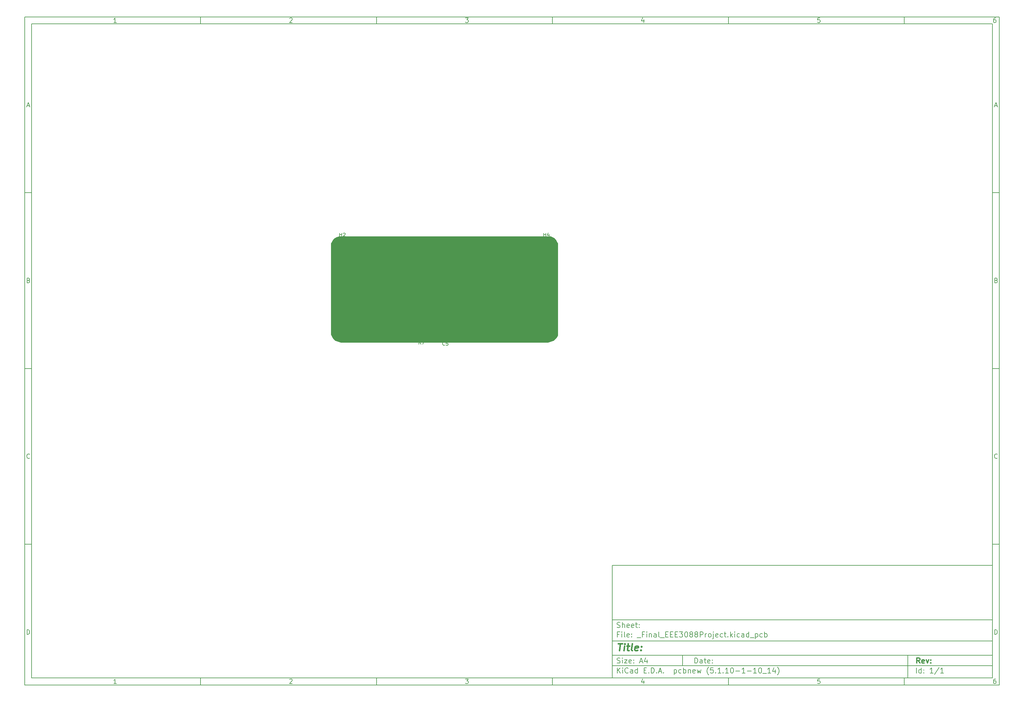
<source format=gbr>
%TF.GenerationSoftware,KiCad,Pcbnew,(5.1.10-1-10_14)*%
%TF.CreationDate,2021-06-17T20:45:02+02:00*%
%TF.ProjectId,_Final_EEE3088Project,5f46696e-616c-45f4-9545-453330383850,rev?*%
%TF.SameCoordinates,Original*%
%TF.FileFunction,Legend,Top*%
%TF.FilePolarity,Positive*%
%FSLAX46Y46*%
G04 Gerber Fmt 4.6, Leading zero omitted, Abs format (unit mm)*
G04 Created by KiCad (PCBNEW (5.1.10-1-10_14)) date 2021-06-17 20:45:02*
%MOMM*%
%LPD*%
G01*
G04 APERTURE LIST*
%ADD10C,0.100000*%
%ADD11C,0.150000*%
%ADD12C,0.300000*%
%ADD13C,0.400000*%
%ADD14C,0.120000*%
%ADD15C,0.254000*%
G04 APERTURE END LIST*
D10*
D11*
X177002200Y-166007200D02*
X177002200Y-198007200D01*
X285002200Y-198007200D01*
X285002200Y-166007200D01*
X177002200Y-166007200D01*
D10*
D11*
X10000000Y-10000000D02*
X10000000Y-200007200D01*
X287002200Y-200007200D01*
X287002200Y-10000000D01*
X10000000Y-10000000D01*
D10*
D11*
X12000000Y-12000000D02*
X12000000Y-198007200D01*
X285002200Y-198007200D01*
X285002200Y-12000000D01*
X12000000Y-12000000D01*
D10*
D11*
X60000000Y-12000000D02*
X60000000Y-10000000D01*
D10*
D11*
X110000000Y-12000000D02*
X110000000Y-10000000D01*
D10*
D11*
X160000000Y-12000000D02*
X160000000Y-10000000D01*
D10*
D11*
X210000000Y-12000000D02*
X210000000Y-10000000D01*
D10*
D11*
X260000000Y-12000000D02*
X260000000Y-10000000D01*
D10*
D11*
X36065476Y-11588095D02*
X35322619Y-11588095D01*
X35694047Y-11588095D02*
X35694047Y-10288095D01*
X35570238Y-10473809D01*
X35446428Y-10597619D01*
X35322619Y-10659523D01*
D10*
D11*
X85322619Y-10411904D02*
X85384523Y-10350000D01*
X85508333Y-10288095D01*
X85817857Y-10288095D01*
X85941666Y-10350000D01*
X86003571Y-10411904D01*
X86065476Y-10535714D01*
X86065476Y-10659523D01*
X86003571Y-10845238D01*
X85260714Y-11588095D01*
X86065476Y-11588095D01*
D10*
D11*
X135260714Y-10288095D02*
X136065476Y-10288095D01*
X135632142Y-10783333D01*
X135817857Y-10783333D01*
X135941666Y-10845238D01*
X136003571Y-10907142D01*
X136065476Y-11030952D01*
X136065476Y-11340476D01*
X136003571Y-11464285D01*
X135941666Y-11526190D01*
X135817857Y-11588095D01*
X135446428Y-11588095D01*
X135322619Y-11526190D01*
X135260714Y-11464285D01*
D10*
D11*
X185941666Y-10721428D02*
X185941666Y-11588095D01*
X185632142Y-10226190D02*
X185322619Y-11154761D01*
X186127380Y-11154761D01*
D10*
D11*
X236003571Y-10288095D02*
X235384523Y-10288095D01*
X235322619Y-10907142D01*
X235384523Y-10845238D01*
X235508333Y-10783333D01*
X235817857Y-10783333D01*
X235941666Y-10845238D01*
X236003571Y-10907142D01*
X236065476Y-11030952D01*
X236065476Y-11340476D01*
X236003571Y-11464285D01*
X235941666Y-11526190D01*
X235817857Y-11588095D01*
X235508333Y-11588095D01*
X235384523Y-11526190D01*
X235322619Y-11464285D01*
D10*
D11*
X285941666Y-10288095D02*
X285694047Y-10288095D01*
X285570238Y-10350000D01*
X285508333Y-10411904D01*
X285384523Y-10597619D01*
X285322619Y-10845238D01*
X285322619Y-11340476D01*
X285384523Y-11464285D01*
X285446428Y-11526190D01*
X285570238Y-11588095D01*
X285817857Y-11588095D01*
X285941666Y-11526190D01*
X286003571Y-11464285D01*
X286065476Y-11340476D01*
X286065476Y-11030952D01*
X286003571Y-10907142D01*
X285941666Y-10845238D01*
X285817857Y-10783333D01*
X285570238Y-10783333D01*
X285446428Y-10845238D01*
X285384523Y-10907142D01*
X285322619Y-11030952D01*
D10*
D11*
X60000000Y-198007200D02*
X60000000Y-200007200D01*
D10*
D11*
X110000000Y-198007200D02*
X110000000Y-200007200D01*
D10*
D11*
X160000000Y-198007200D02*
X160000000Y-200007200D01*
D10*
D11*
X210000000Y-198007200D02*
X210000000Y-200007200D01*
D10*
D11*
X260000000Y-198007200D02*
X260000000Y-200007200D01*
D10*
D11*
X36065476Y-199595295D02*
X35322619Y-199595295D01*
X35694047Y-199595295D02*
X35694047Y-198295295D01*
X35570238Y-198481009D01*
X35446428Y-198604819D01*
X35322619Y-198666723D01*
D10*
D11*
X85322619Y-198419104D02*
X85384523Y-198357200D01*
X85508333Y-198295295D01*
X85817857Y-198295295D01*
X85941666Y-198357200D01*
X86003571Y-198419104D01*
X86065476Y-198542914D01*
X86065476Y-198666723D01*
X86003571Y-198852438D01*
X85260714Y-199595295D01*
X86065476Y-199595295D01*
D10*
D11*
X135260714Y-198295295D02*
X136065476Y-198295295D01*
X135632142Y-198790533D01*
X135817857Y-198790533D01*
X135941666Y-198852438D01*
X136003571Y-198914342D01*
X136065476Y-199038152D01*
X136065476Y-199347676D01*
X136003571Y-199471485D01*
X135941666Y-199533390D01*
X135817857Y-199595295D01*
X135446428Y-199595295D01*
X135322619Y-199533390D01*
X135260714Y-199471485D01*
D10*
D11*
X185941666Y-198728628D02*
X185941666Y-199595295D01*
X185632142Y-198233390D02*
X185322619Y-199161961D01*
X186127380Y-199161961D01*
D10*
D11*
X236003571Y-198295295D02*
X235384523Y-198295295D01*
X235322619Y-198914342D01*
X235384523Y-198852438D01*
X235508333Y-198790533D01*
X235817857Y-198790533D01*
X235941666Y-198852438D01*
X236003571Y-198914342D01*
X236065476Y-199038152D01*
X236065476Y-199347676D01*
X236003571Y-199471485D01*
X235941666Y-199533390D01*
X235817857Y-199595295D01*
X235508333Y-199595295D01*
X235384523Y-199533390D01*
X235322619Y-199471485D01*
D10*
D11*
X285941666Y-198295295D02*
X285694047Y-198295295D01*
X285570238Y-198357200D01*
X285508333Y-198419104D01*
X285384523Y-198604819D01*
X285322619Y-198852438D01*
X285322619Y-199347676D01*
X285384523Y-199471485D01*
X285446428Y-199533390D01*
X285570238Y-199595295D01*
X285817857Y-199595295D01*
X285941666Y-199533390D01*
X286003571Y-199471485D01*
X286065476Y-199347676D01*
X286065476Y-199038152D01*
X286003571Y-198914342D01*
X285941666Y-198852438D01*
X285817857Y-198790533D01*
X285570238Y-198790533D01*
X285446428Y-198852438D01*
X285384523Y-198914342D01*
X285322619Y-199038152D01*
D10*
D11*
X10000000Y-60000000D02*
X12000000Y-60000000D01*
D10*
D11*
X10000000Y-110000000D02*
X12000000Y-110000000D01*
D10*
D11*
X10000000Y-160000000D02*
X12000000Y-160000000D01*
D10*
D11*
X10690476Y-35216666D02*
X11309523Y-35216666D01*
X10566666Y-35588095D02*
X11000000Y-34288095D01*
X11433333Y-35588095D01*
D10*
D11*
X11092857Y-84907142D02*
X11278571Y-84969047D01*
X11340476Y-85030952D01*
X11402380Y-85154761D01*
X11402380Y-85340476D01*
X11340476Y-85464285D01*
X11278571Y-85526190D01*
X11154761Y-85588095D01*
X10659523Y-85588095D01*
X10659523Y-84288095D01*
X11092857Y-84288095D01*
X11216666Y-84350000D01*
X11278571Y-84411904D01*
X11340476Y-84535714D01*
X11340476Y-84659523D01*
X11278571Y-84783333D01*
X11216666Y-84845238D01*
X11092857Y-84907142D01*
X10659523Y-84907142D01*
D10*
D11*
X11402380Y-135464285D02*
X11340476Y-135526190D01*
X11154761Y-135588095D01*
X11030952Y-135588095D01*
X10845238Y-135526190D01*
X10721428Y-135402380D01*
X10659523Y-135278571D01*
X10597619Y-135030952D01*
X10597619Y-134845238D01*
X10659523Y-134597619D01*
X10721428Y-134473809D01*
X10845238Y-134350000D01*
X11030952Y-134288095D01*
X11154761Y-134288095D01*
X11340476Y-134350000D01*
X11402380Y-134411904D01*
D10*
D11*
X10659523Y-185588095D02*
X10659523Y-184288095D01*
X10969047Y-184288095D01*
X11154761Y-184350000D01*
X11278571Y-184473809D01*
X11340476Y-184597619D01*
X11402380Y-184845238D01*
X11402380Y-185030952D01*
X11340476Y-185278571D01*
X11278571Y-185402380D01*
X11154761Y-185526190D01*
X10969047Y-185588095D01*
X10659523Y-185588095D01*
D10*
D11*
X287002200Y-60000000D02*
X285002200Y-60000000D01*
D10*
D11*
X287002200Y-110000000D02*
X285002200Y-110000000D01*
D10*
D11*
X287002200Y-160000000D02*
X285002200Y-160000000D01*
D10*
D11*
X285692676Y-35216666D02*
X286311723Y-35216666D01*
X285568866Y-35588095D02*
X286002200Y-34288095D01*
X286435533Y-35588095D01*
D10*
D11*
X286095057Y-84907142D02*
X286280771Y-84969047D01*
X286342676Y-85030952D01*
X286404580Y-85154761D01*
X286404580Y-85340476D01*
X286342676Y-85464285D01*
X286280771Y-85526190D01*
X286156961Y-85588095D01*
X285661723Y-85588095D01*
X285661723Y-84288095D01*
X286095057Y-84288095D01*
X286218866Y-84350000D01*
X286280771Y-84411904D01*
X286342676Y-84535714D01*
X286342676Y-84659523D01*
X286280771Y-84783333D01*
X286218866Y-84845238D01*
X286095057Y-84907142D01*
X285661723Y-84907142D01*
D10*
D11*
X286404580Y-135464285D02*
X286342676Y-135526190D01*
X286156961Y-135588095D01*
X286033152Y-135588095D01*
X285847438Y-135526190D01*
X285723628Y-135402380D01*
X285661723Y-135278571D01*
X285599819Y-135030952D01*
X285599819Y-134845238D01*
X285661723Y-134597619D01*
X285723628Y-134473809D01*
X285847438Y-134350000D01*
X286033152Y-134288095D01*
X286156961Y-134288095D01*
X286342676Y-134350000D01*
X286404580Y-134411904D01*
D10*
D11*
X285661723Y-185588095D02*
X285661723Y-184288095D01*
X285971247Y-184288095D01*
X286156961Y-184350000D01*
X286280771Y-184473809D01*
X286342676Y-184597619D01*
X286404580Y-184845238D01*
X286404580Y-185030952D01*
X286342676Y-185278571D01*
X286280771Y-185402380D01*
X286156961Y-185526190D01*
X285971247Y-185588095D01*
X285661723Y-185588095D01*
D10*
D11*
X200434342Y-193785771D02*
X200434342Y-192285771D01*
X200791485Y-192285771D01*
X201005771Y-192357200D01*
X201148628Y-192500057D01*
X201220057Y-192642914D01*
X201291485Y-192928628D01*
X201291485Y-193142914D01*
X201220057Y-193428628D01*
X201148628Y-193571485D01*
X201005771Y-193714342D01*
X200791485Y-193785771D01*
X200434342Y-193785771D01*
X202577200Y-193785771D02*
X202577200Y-193000057D01*
X202505771Y-192857200D01*
X202362914Y-192785771D01*
X202077200Y-192785771D01*
X201934342Y-192857200D01*
X202577200Y-193714342D02*
X202434342Y-193785771D01*
X202077200Y-193785771D01*
X201934342Y-193714342D01*
X201862914Y-193571485D01*
X201862914Y-193428628D01*
X201934342Y-193285771D01*
X202077200Y-193214342D01*
X202434342Y-193214342D01*
X202577200Y-193142914D01*
X203077200Y-192785771D02*
X203648628Y-192785771D01*
X203291485Y-192285771D02*
X203291485Y-193571485D01*
X203362914Y-193714342D01*
X203505771Y-193785771D01*
X203648628Y-193785771D01*
X204720057Y-193714342D02*
X204577200Y-193785771D01*
X204291485Y-193785771D01*
X204148628Y-193714342D01*
X204077200Y-193571485D01*
X204077200Y-193000057D01*
X204148628Y-192857200D01*
X204291485Y-192785771D01*
X204577200Y-192785771D01*
X204720057Y-192857200D01*
X204791485Y-193000057D01*
X204791485Y-193142914D01*
X204077200Y-193285771D01*
X205434342Y-193642914D02*
X205505771Y-193714342D01*
X205434342Y-193785771D01*
X205362914Y-193714342D01*
X205434342Y-193642914D01*
X205434342Y-193785771D01*
X205434342Y-192857200D02*
X205505771Y-192928628D01*
X205434342Y-193000057D01*
X205362914Y-192928628D01*
X205434342Y-192857200D01*
X205434342Y-193000057D01*
D10*
D11*
X177002200Y-194507200D02*
X285002200Y-194507200D01*
D10*
D11*
X178434342Y-196585771D02*
X178434342Y-195085771D01*
X179291485Y-196585771D02*
X178648628Y-195728628D01*
X179291485Y-195085771D02*
X178434342Y-195942914D01*
X179934342Y-196585771D02*
X179934342Y-195585771D01*
X179934342Y-195085771D02*
X179862914Y-195157200D01*
X179934342Y-195228628D01*
X180005771Y-195157200D01*
X179934342Y-195085771D01*
X179934342Y-195228628D01*
X181505771Y-196442914D02*
X181434342Y-196514342D01*
X181220057Y-196585771D01*
X181077200Y-196585771D01*
X180862914Y-196514342D01*
X180720057Y-196371485D01*
X180648628Y-196228628D01*
X180577200Y-195942914D01*
X180577200Y-195728628D01*
X180648628Y-195442914D01*
X180720057Y-195300057D01*
X180862914Y-195157200D01*
X181077200Y-195085771D01*
X181220057Y-195085771D01*
X181434342Y-195157200D01*
X181505771Y-195228628D01*
X182791485Y-196585771D02*
X182791485Y-195800057D01*
X182720057Y-195657200D01*
X182577200Y-195585771D01*
X182291485Y-195585771D01*
X182148628Y-195657200D01*
X182791485Y-196514342D02*
X182648628Y-196585771D01*
X182291485Y-196585771D01*
X182148628Y-196514342D01*
X182077200Y-196371485D01*
X182077200Y-196228628D01*
X182148628Y-196085771D01*
X182291485Y-196014342D01*
X182648628Y-196014342D01*
X182791485Y-195942914D01*
X184148628Y-196585771D02*
X184148628Y-195085771D01*
X184148628Y-196514342D02*
X184005771Y-196585771D01*
X183720057Y-196585771D01*
X183577200Y-196514342D01*
X183505771Y-196442914D01*
X183434342Y-196300057D01*
X183434342Y-195871485D01*
X183505771Y-195728628D01*
X183577200Y-195657200D01*
X183720057Y-195585771D01*
X184005771Y-195585771D01*
X184148628Y-195657200D01*
X186005771Y-195800057D02*
X186505771Y-195800057D01*
X186720057Y-196585771D02*
X186005771Y-196585771D01*
X186005771Y-195085771D01*
X186720057Y-195085771D01*
X187362914Y-196442914D02*
X187434342Y-196514342D01*
X187362914Y-196585771D01*
X187291485Y-196514342D01*
X187362914Y-196442914D01*
X187362914Y-196585771D01*
X188077200Y-196585771D02*
X188077200Y-195085771D01*
X188434342Y-195085771D01*
X188648628Y-195157200D01*
X188791485Y-195300057D01*
X188862914Y-195442914D01*
X188934342Y-195728628D01*
X188934342Y-195942914D01*
X188862914Y-196228628D01*
X188791485Y-196371485D01*
X188648628Y-196514342D01*
X188434342Y-196585771D01*
X188077200Y-196585771D01*
X189577200Y-196442914D02*
X189648628Y-196514342D01*
X189577200Y-196585771D01*
X189505771Y-196514342D01*
X189577200Y-196442914D01*
X189577200Y-196585771D01*
X190220057Y-196157200D02*
X190934342Y-196157200D01*
X190077200Y-196585771D02*
X190577200Y-195085771D01*
X191077200Y-196585771D01*
X191577200Y-196442914D02*
X191648628Y-196514342D01*
X191577200Y-196585771D01*
X191505771Y-196514342D01*
X191577200Y-196442914D01*
X191577200Y-196585771D01*
X194577200Y-195585771D02*
X194577200Y-197085771D01*
X194577200Y-195657200D02*
X194720057Y-195585771D01*
X195005771Y-195585771D01*
X195148628Y-195657200D01*
X195220057Y-195728628D01*
X195291485Y-195871485D01*
X195291485Y-196300057D01*
X195220057Y-196442914D01*
X195148628Y-196514342D01*
X195005771Y-196585771D01*
X194720057Y-196585771D01*
X194577200Y-196514342D01*
X196577200Y-196514342D02*
X196434342Y-196585771D01*
X196148628Y-196585771D01*
X196005771Y-196514342D01*
X195934342Y-196442914D01*
X195862914Y-196300057D01*
X195862914Y-195871485D01*
X195934342Y-195728628D01*
X196005771Y-195657200D01*
X196148628Y-195585771D01*
X196434342Y-195585771D01*
X196577200Y-195657200D01*
X197220057Y-196585771D02*
X197220057Y-195085771D01*
X197220057Y-195657200D02*
X197362914Y-195585771D01*
X197648628Y-195585771D01*
X197791485Y-195657200D01*
X197862914Y-195728628D01*
X197934342Y-195871485D01*
X197934342Y-196300057D01*
X197862914Y-196442914D01*
X197791485Y-196514342D01*
X197648628Y-196585771D01*
X197362914Y-196585771D01*
X197220057Y-196514342D01*
X198577200Y-195585771D02*
X198577200Y-196585771D01*
X198577200Y-195728628D02*
X198648628Y-195657200D01*
X198791485Y-195585771D01*
X199005771Y-195585771D01*
X199148628Y-195657200D01*
X199220057Y-195800057D01*
X199220057Y-196585771D01*
X200505771Y-196514342D02*
X200362914Y-196585771D01*
X200077200Y-196585771D01*
X199934342Y-196514342D01*
X199862914Y-196371485D01*
X199862914Y-195800057D01*
X199934342Y-195657200D01*
X200077200Y-195585771D01*
X200362914Y-195585771D01*
X200505771Y-195657200D01*
X200577200Y-195800057D01*
X200577200Y-195942914D01*
X199862914Y-196085771D01*
X201077200Y-195585771D02*
X201362914Y-196585771D01*
X201648628Y-195871485D01*
X201934342Y-196585771D01*
X202220057Y-195585771D01*
X204362914Y-197157200D02*
X204291485Y-197085771D01*
X204148628Y-196871485D01*
X204077200Y-196728628D01*
X204005771Y-196514342D01*
X203934342Y-196157200D01*
X203934342Y-195871485D01*
X204005771Y-195514342D01*
X204077200Y-195300057D01*
X204148628Y-195157200D01*
X204291485Y-194942914D01*
X204362914Y-194871485D01*
X205648628Y-195085771D02*
X204934342Y-195085771D01*
X204862914Y-195800057D01*
X204934342Y-195728628D01*
X205077200Y-195657200D01*
X205434342Y-195657200D01*
X205577200Y-195728628D01*
X205648628Y-195800057D01*
X205720057Y-195942914D01*
X205720057Y-196300057D01*
X205648628Y-196442914D01*
X205577200Y-196514342D01*
X205434342Y-196585771D01*
X205077200Y-196585771D01*
X204934342Y-196514342D01*
X204862914Y-196442914D01*
X206362914Y-196442914D02*
X206434342Y-196514342D01*
X206362914Y-196585771D01*
X206291485Y-196514342D01*
X206362914Y-196442914D01*
X206362914Y-196585771D01*
X207862914Y-196585771D02*
X207005771Y-196585771D01*
X207434342Y-196585771D02*
X207434342Y-195085771D01*
X207291485Y-195300057D01*
X207148628Y-195442914D01*
X207005771Y-195514342D01*
X208505771Y-196442914D02*
X208577200Y-196514342D01*
X208505771Y-196585771D01*
X208434342Y-196514342D01*
X208505771Y-196442914D01*
X208505771Y-196585771D01*
X210005771Y-196585771D02*
X209148628Y-196585771D01*
X209577200Y-196585771D02*
X209577200Y-195085771D01*
X209434342Y-195300057D01*
X209291485Y-195442914D01*
X209148628Y-195514342D01*
X210934342Y-195085771D02*
X211077200Y-195085771D01*
X211220057Y-195157200D01*
X211291485Y-195228628D01*
X211362914Y-195371485D01*
X211434342Y-195657200D01*
X211434342Y-196014342D01*
X211362914Y-196300057D01*
X211291485Y-196442914D01*
X211220057Y-196514342D01*
X211077200Y-196585771D01*
X210934342Y-196585771D01*
X210791485Y-196514342D01*
X210720057Y-196442914D01*
X210648628Y-196300057D01*
X210577200Y-196014342D01*
X210577200Y-195657200D01*
X210648628Y-195371485D01*
X210720057Y-195228628D01*
X210791485Y-195157200D01*
X210934342Y-195085771D01*
X212077200Y-196014342D02*
X213220057Y-196014342D01*
X214720057Y-196585771D02*
X213862914Y-196585771D01*
X214291485Y-196585771D02*
X214291485Y-195085771D01*
X214148628Y-195300057D01*
X214005771Y-195442914D01*
X213862914Y-195514342D01*
X215362914Y-196014342D02*
X216505771Y-196014342D01*
X218005771Y-196585771D02*
X217148628Y-196585771D01*
X217577200Y-196585771D02*
X217577200Y-195085771D01*
X217434342Y-195300057D01*
X217291485Y-195442914D01*
X217148628Y-195514342D01*
X218934342Y-195085771D02*
X219077200Y-195085771D01*
X219220057Y-195157200D01*
X219291485Y-195228628D01*
X219362914Y-195371485D01*
X219434342Y-195657200D01*
X219434342Y-196014342D01*
X219362914Y-196300057D01*
X219291485Y-196442914D01*
X219220057Y-196514342D01*
X219077200Y-196585771D01*
X218934342Y-196585771D01*
X218791485Y-196514342D01*
X218720057Y-196442914D01*
X218648628Y-196300057D01*
X218577200Y-196014342D01*
X218577200Y-195657200D01*
X218648628Y-195371485D01*
X218720057Y-195228628D01*
X218791485Y-195157200D01*
X218934342Y-195085771D01*
X219720057Y-196728628D02*
X220862914Y-196728628D01*
X222005771Y-196585771D02*
X221148628Y-196585771D01*
X221577200Y-196585771D02*
X221577200Y-195085771D01*
X221434342Y-195300057D01*
X221291485Y-195442914D01*
X221148628Y-195514342D01*
X223291485Y-195585771D02*
X223291485Y-196585771D01*
X222934342Y-195014342D02*
X222577200Y-196085771D01*
X223505771Y-196085771D01*
X223934342Y-197157200D02*
X224005771Y-197085771D01*
X224148628Y-196871485D01*
X224220057Y-196728628D01*
X224291485Y-196514342D01*
X224362914Y-196157200D01*
X224362914Y-195871485D01*
X224291485Y-195514342D01*
X224220057Y-195300057D01*
X224148628Y-195157200D01*
X224005771Y-194942914D01*
X223934342Y-194871485D01*
D10*
D11*
X177002200Y-191507200D02*
X285002200Y-191507200D01*
D10*
D12*
X264411485Y-193785771D02*
X263911485Y-193071485D01*
X263554342Y-193785771D02*
X263554342Y-192285771D01*
X264125771Y-192285771D01*
X264268628Y-192357200D01*
X264340057Y-192428628D01*
X264411485Y-192571485D01*
X264411485Y-192785771D01*
X264340057Y-192928628D01*
X264268628Y-193000057D01*
X264125771Y-193071485D01*
X263554342Y-193071485D01*
X265625771Y-193714342D02*
X265482914Y-193785771D01*
X265197200Y-193785771D01*
X265054342Y-193714342D01*
X264982914Y-193571485D01*
X264982914Y-193000057D01*
X265054342Y-192857200D01*
X265197200Y-192785771D01*
X265482914Y-192785771D01*
X265625771Y-192857200D01*
X265697200Y-193000057D01*
X265697200Y-193142914D01*
X264982914Y-193285771D01*
X266197200Y-192785771D02*
X266554342Y-193785771D01*
X266911485Y-192785771D01*
X267482914Y-193642914D02*
X267554342Y-193714342D01*
X267482914Y-193785771D01*
X267411485Y-193714342D01*
X267482914Y-193642914D01*
X267482914Y-193785771D01*
X267482914Y-192857200D02*
X267554342Y-192928628D01*
X267482914Y-193000057D01*
X267411485Y-192928628D01*
X267482914Y-192857200D01*
X267482914Y-193000057D01*
D10*
D11*
X178362914Y-193714342D02*
X178577200Y-193785771D01*
X178934342Y-193785771D01*
X179077200Y-193714342D01*
X179148628Y-193642914D01*
X179220057Y-193500057D01*
X179220057Y-193357200D01*
X179148628Y-193214342D01*
X179077200Y-193142914D01*
X178934342Y-193071485D01*
X178648628Y-193000057D01*
X178505771Y-192928628D01*
X178434342Y-192857200D01*
X178362914Y-192714342D01*
X178362914Y-192571485D01*
X178434342Y-192428628D01*
X178505771Y-192357200D01*
X178648628Y-192285771D01*
X179005771Y-192285771D01*
X179220057Y-192357200D01*
X179862914Y-193785771D02*
X179862914Y-192785771D01*
X179862914Y-192285771D02*
X179791485Y-192357200D01*
X179862914Y-192428628D01*
X179934342Y-192357200D01*
X179862914Y-192285771D01*
X179862914Y-192428628D01*
X180434342Y-192785771D02*
X181220057Y-192785771D01*
X180434342Y-193785771D01*
X181220057Y-193785771D01*
X182362914Y-193714342D02*
X182220057Y-193785771D01*
X181934342Y-193785771D01*
X181791485Y-193714342D01*
X181720057Y-193571485D01*
X181720057Y-193000057D01*
X181791485Y-192857200D01*
X181934342Y-192785771D01*
X182220057Y-192785771D01*
X182362914Y-192857200D01*
X182434342Y-193000057D01*
X182434342Y-193142914D01*
X181720057Y-193285771D01*
X183077200Y-193642914D02*
X183148628Y-193714342D01*
X183077200Y-193785771D01*
X183005771Y-193714342D01*
X183077200Y-193642914D01*
X183077200Y-193785771D01*
X183077200Y-192857200D02*
X183148628Y-192928628D01*
X183077200Y-193000057D01*
X183005771Y-192928628D01*
X183077200Y-192857200D01*
X183077200Y-193000057D01*
X184862914Y-193357200D02*
X185577200Y-193357200D01*
X184720057Y-193785771D02*
X185220057Y-192285771D01*
X185720057Y-193785771D01*
X186862914Y-192785771D02*
X186862914Y-193785771D01*
X186505771Y-192214342D02*
X186148628Y-193285771D01*
X187077200Y-193285771D01*
D10*
D11*
X263434342Y-196585771D02*
X263434342Y-195085771D01*
X264791485Y-196585771D02*
X264791485Y-195085771D01*
X264791485Y-196514342D02*
X264648628Y-196585771D01*
X264362914Y-196585771D01*
X264220057Y-196514342D01*
X264148628Y-196442914D01*
X264077200Y-196300057D01*
X264077200Y-195871485D01*
X264148628Y-195728628D01*
X264220057Y-195657200D01*
X264362914Y-195585771D01*
X264648628Y-195585771D01*
X264791485Y-195657200D01*
X265505771Y-196442914D02*
X265577200Y-196514342D01*
X265505771Y-196585771D01*
X265434342Y-196514342D01*
X265505771Y-196442914D01*
X265505771Y-196585771D01*
X265505771Y-195657200D02*
X265577200Y-195728628D01*
X265505771Y-195800057D01*
X265434342Y-195728628D01*
X265505771Y-195657200D01*
X265505771Y-195800057D01*
X268148628Y-196585771D02*
X267291485Y-196585771D01*
X267720057Y-196585771D02*
X267720057Y-195085771D01*
X267577200Y-195300057D01*
X267434342Y-195442914D01*
X267291485Y-195514342D01*
X269862914Y-195014342D02*
X268577200Y-196942914D01*
X271148628Y-196585771D02*
X270291485Y-196585771D01*
X270720057Y-196585771D02*
X270720057Y-195085771D01*
X270577200Y-195300057D01*
X270434342Y-195442914D01*
X270291485Y-195514342D01*
D10*
D11*
X177002200Y-187507200D02*
X285002200Y-187507200D01*
D10*
D13*
X178714580Y-188211961D02*
X179857438Y-188211961D01*
X179036009Y-190211961D02*
X179286009Y-188211961D01*
X180274104Y-190211961D02*
X180440771Y-188878628D01*
X180524104Y-188211961D02*
X180416961Y-188307200D01*
X180500295Y-188402438D01*
X180607438Y-188307200D01*
X180524104Y-188211961D01*
X180500295Y-188402438D01*
X181107438Y-188878628D02*
X181869342Y-188878628D01*
X181476485Y-188211961D02*
X181262200Y-189926247D01*
X181333628Y-190116723D01*
X181512200Y-190211961D01*
X181702676Y-190211961D01*
X182655057Y-190211961D02*
X182476485Y-190116723D01*
X182405057Y-189926247D01*
X182619342Y-188211961D01*
X184190771Y-190116723D02*
X183988390Y-190211961D01*
X183607438Y-190211961D01*
X183428866Y-190116723D01*
X183357438Y-189926247D01*
X183452676Y-189164342D01*
X183571723Y-188973866D01*
X183774104Y-188878628D01*
X184155057Y-188878628D01*
X184333628Y-188973866D01*
X184405057Y-189164342D01*
X184381247Y-189354819D01*
X183405057Y-189545295D01*
X185155057Y-190021485D02*
X185238390Y-190116723D01*
X185131247Y-190211961D01*
X185047914Y-190116723D01*
X185155057Y-190021485D01*
X185131247Y-190211961D01*
X185286009Y-188973866D02*
X185369342Y-189069104D01*
X185262200Y-189164342D01*
X185178866Y-189069104D01*
X185286009Y-188973866D01*
X185262200Y-189164342D01*
D10*
D11*
X178934342Y-185600057D02*
X178434342Y-185600057D01*
X178434342Y-186385771D02*
X178434342Y-184885771D01*
X179148628Y-184885771D01*
X179720057Y-186385771D02*
X179720057Y-185385771D01*
X179720057Y-184885771D02*
X179648628Y-184957200D01*
X179720057Y-185028628D01*
X179791485Y-184957200D01*
X179720057Y-184885771D01*
X179720057Y-185028628D01*
X180648628Y-186385771D02*
X180505771Y-186314342D01*
X180434342Y-186171485D01*
X180434342Y-184885771D01*
X181791485Y-186314342D02*
X181648628Y-186385771D01*
X181362914Y-186385771D01*
X181220057Y-186314342D01*
X181148628Y-186171485D01*
X181148628Y-185600057D01*
X181220057Y-185457200D01*
X181362914Y-185385771D01*
X181648628Y-185385771D01*
X181791485Y-185457200D01*
X181862914Y-185600057D01*
X181862914Y-185742914D01*
X181148628Y-185885771D01*
X182505771Y-186242914D02*
X182577200Y-186314342D01*
X182505771Y-186385771D01*
X182434342Y-186314342D01*
X182505771Y-186242914D01*
X182505771Y-186385771D01*
X182505771Y-185457200D02*
X182577200Y-185528628D01*
X182505771Y-185600057D01*
X182434342Y-185528628D01*
X182505771Y-185457200D01*
X182505771Y-185600057D01*
X184005771Y-186528628D02*
X185148628Y-186528628D01*
X186005771Y-185600057D02*
X185505771Y-185600057D01*
X185505771Y-186385771D02*
X185505771Y-184885771D01*
X186220057Y-184885771D01*
X186791485Y-186385771D02*
X186791485Y-185385771D01*
X186791485Y-184885771D02*
X186720057Y-184957200D01*
X186791485Y-185028628D01*
X186862914Y-184957200D01*
X186791485Y-184885771D01*
X186791485Y-185028628D01*
X187505771Y-185385771D02*
X187505771Y-186385771D01*
X187505771Y-185528628D02*
X187577200Y-185457200D01*
X187720057Y-185385771D01*
X187934342Y-185385771D01*
X188077200Y-185457200D01*
X188148628Y-185600057D01*
X188148628Y-186385771D01*
X189505771Y-186385771D02*
X189505771Y-185600057D01*
X189434342Y-185457200D01*
X189291485Y-185385771D01*
X189005771Y-185385771D01*
X188862914Y-185457200D01*
X189505771Y-186314342D02*
X189362914Y-186385771D01*
X189005771Y-186385771D01*
X188862914Y-186314342D01*
X188791485Y-186171485D01*
X188791485Y-186028628D01*
X188862914Y-185885771D01*
X189005771Y-185814342D01*
X189362914Y-185814342D01*
X189505771Y-185742914D01*
X190434342Y-186385771D02*
X190291485Y-186314342D01*
X190220057Y-186171485D01*
X190220057Y-184885771D01*
X190648628Y-186528628D02*
X191791485Y-186528628D01*
X192148628Y-185600057D02*
X192648628Y-185600057D01*
X192862914Y-186385771D02*
X192148628Y-186385771D01*
X192148628Y-184885771D01*
X192862914Y-184885771D01*
X193505771Y-185600057D02*
X194005771Y-185600057D01*
X194220057Y-186385771D02*
X193505771Y-186385771D01*
X193505771Y-184885771D01*
X194220057Y-184885771D01*
X194862914Y-185600057D02*
X195362914Y-185600057D01*
X195577200Y-186385771D02*
X194862914Y-186385771D01*
X194862914Y-184885771D01*
X195577200Y-184885771D01*
X196077200Y-184885771D02*
X197005771Y-184885771D01*
X196505771Y-185457200D01*
X196720057Y-185457200D01*
X196862914Y-185528628D01*
X196934342Y-185600057D01*
X197005771Y-185742914D01*
X197005771Y-186100057D01*
X196934342Y-186242914D01*
X196862914Y-186314342D01*
X196720057Y-186385771D01*
X196291485Y-186385771D01*
X196148628Y-186314342D01*
X196077200Y-186242914D01*
X197934342Y-184885771D02*
X198077200Y-184885771D01*
X198220057Y-184957200D01*
X198291485Y-185028628D01*
X198362914Y-185171485D01*
X198434342Y-185457200D01*
X198434342Y-185814342D01*
X198362914Y-186100057D01*
X198291485Y-186242914D01*
X198220057Y-186314342D01*
X198077200Y-186385771D01*
X197934342Y-186385771D01*
X197791485Y-186314342D01*
X197720057Y-186242914D01*
X197648628Y-186100057D01*
X197577200Y-185814342D01*
X197577200Y-185457200D01*
X197648628Y-185171485D01*
X197720057Y-185028628D01*
X197791485Y-184957200D01*
X197934342Y-184885771D01*
X199291485Y-185528628D02*
X199148628Y-185457200D01*
X199077200Y-185385771D01*
X199005771Y-185242914D01*
X199005771Y-185171485D01*
X199077200Y-185028628D01*
X199148628Y-184957200D01*
X199291485Y-184885771D01*
X199577200Y-184885771D01*
X199720057Y-184957200D01*
X199791485Y-185028628D01*
X199862914Y-185171485D01*
X199862914Y-185242914D01*
X199791485Y-185385771D01*
X199720057Y-185457200D01*
X199577200Y-185528628D01*
X199291485Y-185528628D01*
X199148628Y-185600057D01*
X199077200Y-185671485D01*
X199005771Y-185814342D01*
X199005771Y-186100057D01*
X199077200Y-186242914D01*
X199148628Y-186314342D01*
X199291485Y-186385771D01*
X199577200Y-186385771D01*
X199720057Y-186314342D01*
X199791485Y-186242914D01*
X199862914Y-186100057D01*
X199862914Y-185814342D01*
X199791485Y-185671485D01*
X199720057Y-185600057D01*
X199577200Y-185528628D01*
X200720057Y-185528628D02*
X200577200Y-185457200D01*
X200505771Y-185385771D01*
X200434342Y-185242914D01*
X200434342Y-185171485D01*
X200505771Y-185028628D01*
X200577200Y-184957200D01*
X200720057Y-184885771D01*
X201005771Y-184885771D01*
X201148628Y-184957200D01*
X201220057Y-185028628D01*
X201291485Y-185171485D01*
X201291485Y-185242914D01*
X201220057Y-185385771D01*
X201148628Y-185457200D01*
X201005771Y-185528628D01*
X200720057Y-185528628D01*
X200577200Y-185600057D01*
X200505771Y-185671485D01*
X200434342Y-185814342D01*
X200434342Y-186100057D01*
X200505771Y-186242914D01*
X200577200Y-186314342D01*
X200720057Y-186385771D01*
X201005771Y-186385771D01*
X201148628Y-186314342D01*
X201220057Y-186242914D01*
X201291485Y-186100057D01*
X201291485Y-185814342D01*
X201220057Y-185671485D01*
X201148628Y-185600057D01*
X201005771Y-185528628D01*
X201934342Y-186385771D02*
X201934342Y-184885771D01*
X202505771Y-184885771D01*
X202648628Y-184957200D01*
X202720057Y-185028628D01*
X202791485Y-185171485D01*
X202791485Y-185385771D01*
X202720057Y-185528628D01*
X202648628Y-185600057D01*
X202505771Y-185671485D01*
X201934342Y-185671485D01*
X203434342Y-186385771D02*
X203434342Y-185385771D01*
X203434342Y-185671485D02*
X203505771Y-185528628D01*
X203577200Y-185457200D01*
X203720057Y-185385771D01*
X203862914Y-185385771D01*
X204577200Y-186385771D02*
X204434342Y-186314342D01*
X204362914Y-186242914D01*
X204291485Y-186100057D01*
X204291485Y-185671485D01*
X204362914Y-185528628D01*
X204434342Y-185457200D01*
X204577200Y-185385771D01*
X204791485Y-185385771D01*
X204934342Y-185457200D01*
X205005771Y-185528628D01*
X205077200Y-185671485D01*
X205077200Y-186100057D01*
X205005771Y-186242914D01*
X204934342Y-186314342D01*
X204791485Y-186385771D01*
X204577200Y-186385771D01*
X205720057Y-185385771D02*
X205720057Y-186671485D01*
X205648628Y-186814342D01*
X205505771Y-186885771D01*
X205434342Y-186885771D01*
X205720057Y-184885771D02*
X205648628Y-184957200D01*
X205720057Y-185028628D01*
X205791485Y-184957200D01*
X205720057Y-184885771D01*
X205720057Y-185028628D01*
X207005771Y-186314342D02*
X206862914Y-186385771D01*
X206577200Y-186385771D01*
X206434342Y-186314342D01*
X206362914Y-186171485D01*
X206362914Y-185600057D01*
X206434342Y-185457200D01*
X206577200Y-185385771D01*
X206862914Y-185385771D01*
X207005771Y-185457200D01*
X207077200Y-185600057D01*
X207077200Y-185742914D01*
X206362914Y-185885771D01*
X208362914Y-186314342D02*
X208220057Y-186385771D01*
X207934342Y-186385771D01*
X207791485Y-186314342D01*
X207720057Y-186242914D01*
X207648628Y-186100057D01*
X207648628Y-185671485D01*
X207720057Y-185528628D01*
X207791485Y-185457200D01*
X207934342Y-185385771D01*
X208220057Y-185385771D01*
X208362914Y-185457200D01*
X208791485Y-185385771D02*
X209362914Y-185385771D01*
X209005771Y-184885771D02*
X209005771Y-186171485D01*
X209077200Y-186314342D01*
X209220057Y-186385771D01*
X209362914Y-186385771D01*
X209862914Y-186242914D02*
X209934342Y-186314342D01*
X209862914Y-186385771D01*
X209791485Y-186314342D01*
X209862914Y-186242914D01*
X209862914Y-186385771D01*
X210577200Y-186385771D02*
X210577200Y-184885771D01*
X210720057Y-185814342D02*
X211148628Y-186385771D01*
X211148628Y-185385771D02*
X210577200Y-185957200D01*
X211791485Y-186385771D02*
X211791485Y-185385771D01*
X211791485Y-184885771D02*
X211720057Y-184957200D01*
X211791485Y-185028628D01*
X211862914Y-184957200D01*
X211791485Y-184885771D01*
X211791485Y-185028628D01*
X213148628Y-186314342D02*
X213005771Y-186385771D01*
X212720057Y-186385771D01*
X212577200Y-186314342D01*
X212505771Y-186242914D01*
X212434342Y-186100057D01*
X212434342Y-185671485D01*
X212505771Y-185528628D01*
X212577200Y-185457200D01*
X212720057Y-185385771D01*
X213005771Y-185385771D01*
X213148628Y-185457200D01*
X214434342Y-186385771D02*
X214434342Y-185600057D01*
X214362914Y-185457200D01*
X214220057Y-185385771D01*
X213934342Y-185385771D01*
X213791485Y-185457200D01*
X214434342Y-186314342D02*
X214291485Y-186385771D01*
X213934342Y-186385771D01*
X213791485Y-186314342D01*
X213720057Y-186171485D01*
X213720057Y-186028628D01*
X213791485Y-185885771D01*
X213934342Y-185814342D01*
X214291485Y-185814342D01*
X214434342Y-185742914D01*
X215791485Y-186385771D02*
X215791485Y-184885771D01*
X215791485Y-186314342D02*
X215648628Y-186385771D01*
X215362914Y-186385771D01*
X215220057Y-186314342D01*
X215148628Y-186242914D01*
X215077200Y-186100057D01*
X215077200Y-185671485D01*
X215148628Y-185528628D01*
X215220057Y-185457200D01*
X215362914Y-185385771D01*
X215648628Y-185385771D01*
X215791485Y-185457200D01*
X216148628Y-186528628D02*
X217291485Y-186528628D01*
X217648628Y-185385771D02*
X217648628Y-186885771D01*
X217648628Y-185457200D02*
X217791485Y-185385771D01*
X218077200Y-185385771D01*
X218220057Y-185457200D01*
X218291485Y-185528628D01*
X218362914Y-185671485D01*
X218362914Y-186100057D01*
X218291485Y-186242914D01*
X218220057Y-186314342D01*
X218077200Y-186385771D01*
X217791485Y-186385771D01*
X217648628Y-186314342D01*
X219648628Y-186314342D02*
X219505771Y-186385771D01*
X219220057Y-186385771D01*
X219077200Y-186314342D01*
X219005771Y-186242914D01*
X218934342Y-186100057D01*
X218934342Y-185671485D01*
X219005771Y-185528628D01*
X219077200Y-185457200D01*
X219220057Y-185385771D01*
X219505771Y-185385771D01*
X219648628Y-185457200D01*
X220291485Y-186385771D02*
X220291485Y-184885771D01*
X220291485Y-185457200D02*
X220434342Y-185385771D01*
X220720057Y-185385771D01*
X220862914Y-185457200D01*
X220934342Y-185528628D01*
X221005771Y-185671485D01*
X221005771Y-186100057D01*
X220934342Y-186242914D01*
X220862914Y-186314342D01*
X220720057Y-186385771D01*
X220434342Y-186385771D01*
X220291485Y-186314342D01*
D10*
D11*
X177002200Y-181507200D02*
X285002200Y-181507200D01*
D10*
D11*
X178362914Y-183614342D02*
X178577200Y-183685771D01*
X178934342Y-183685771D01*
X179077200Y-183614342D01*
X179148628Y-183542914D01*
X179220057Y-183400057D01*
X179220057Y-183257200D01*
X179148628Y-183114342D01*
X179077200Y-183042914D01*
X178934342Y-182971485D01*
X178648628Y-182900057D01*
X178505771Y-182828628D01*
X178434342Y-182757200D01*
X178362914Y-182614342D01*
X178362914Y-182471485D01*
X178434342Y-182328628D01*
X178505771Y-182257200D01*
X178648628Y-182185771D01*
X179005771Y-182185771D01*
X179220057Y-182257200D01*
X179862914Y-183685771D02*
X179862914Y-182185771D01*
X180505771Y-183685771D02*
X180505771Y-182900057D01*
X180434342Y-182757200D01*
X180291485Y-182685771D01*
X180077200Y-182685771D01*
X179934342Y-182757200D01*
X179862914Y-182828628D01*
X181791485Y-183614342D02*
X181648628Y-183685771D01*
X181362914Y-183685771D01*
X181220057Y-183614342D01*
X181148628Y-183471485D01*
X181148628Y-182900057D01*
X181220057Y-182757200D01*
X181362914Y-182685771D01*
X181648628Y-182685771D01*
X181791485Y-182757200D01*
X181862914Y-182900057D01*
X181862914Y-183042914D01*
X181148628Y-183185771D01*
X183077200Y-183614342D02*
X182934342Y-183685771D01*
X182648628Y-183685771D01*
X182505771Y-183614342D01*
X182434342Y-183471485D01*
X182434342Y-182900057D01*
X182505771Y-182757200D01*
X182648628Y-182685771D01*
X182934342Y-182685771D01*
X183077200Y-182757200D01*
X183148628Y-182900057D01*
X183148628Y-183042914D01*
X182434342Y-183185771D01*
X183577200Y-182685771D02*
X184148628Y-182685771D01*
X183791485Y-182185771D02*
X183791485Y-183471485D01*
X183862914Y-183614342D01*
X184005771Y-183685771D01*
X184148628Y-183685771D01*
X184648628Y-183542914D02*
X184720057Y-183614342D01*
X184648628Y-183685771D01*
X184577200Y-183614342D01*
X184648628Y-183542914D01*
X184648628Y-183685771D01*
X184648628Y-182757200D02*
X184720057Y-182828628D01*
X184648628Y-182900057D01*
X184577200Y-182828628D01*
X184648628Y-182757200D01*
X184648628Y-182900057D01*
D10*
D11*
X197002200Y-191507200D02*
X197002200Y-194507200D01*
D10*
D11*
X261002200Y-191507200D02*
X261002200Y-198007200D01*
D14*
%TO.C,R17*%
X137612095Y-102095359D02*
G75*
G02*
X137709133Y-100646000I-320095J749359D01*
G01*
%TO.C,R5*%
X112180000Y-81120000D02*
X108340000Y-81120000D01*
X112180000Y-79280000D02*
X108340000Y-79280000D01*
%TO.C,R4*%
X110420000Y-84620000D02*
X114260000Y-84620000D01*
X110420000Y-82780000D02*
X114260000Y-82780000D01*
D11*
%TO.C,Buck/Boost1*%
X103300000Y-79575000D02*
X104800000Y-79575000D01*
X101800000Y-83825000D02*
X104800000Y-83825000D01*
D14*
%TO.C,C1*%
X101670000Y-88200000D02*
G75*
G03*
X101670000Y-88200000I-2120000J0D01*
G01*
X99550000Y-89040000D02*
X99550000Y-90280000D01*
X99550000Y-86120000D02*
X99550000Y-87360000D01*
X99590000Y-89040000D02*
X99590000Y-90280000D01*
X99590000Y-86120000D02*
X99590000Y-87360000D01*
X99630000Y-89040000D02*
X99630000Y-90279000D01*
X99630000Y-86121000D02*
X99630000Y-87360000D01*
X99670000Y-86123000D02*
X99670000Y-87360000D01*
X99670000Y-89040000D02*
X99670000Y-90277000D01*
X99710000Y-86126000D02*
X99710000Y-87360000D01*
X99710000Y-89040000D02*
X99710000Y-90274000D01*
X99750000Y-86129000D02*
X99750000Y-87360000D01*
X99750000Y-89040000D02*
X99750000Y-90271000D01*
X99790000Y-86133000D02*
X99790000Y-87360000D01*
X99790000Y-89040000D02*
X99790000Y-90267000D01*
X99830000Y-86138000D02*
X99830000Y-87360000D01*
X99830000Y-89040000D02*
X99830000Y-90262000D01*
X99870000Y-86144000D02*
X99870000Y-87360000D01*
X99870000Y-89040000D02*
X99870000Y-90256000D01*
X99910000Y-86150000D02*
X99910000Y-87360000D01*
X99910000Y-89040000D02*
X99910000Y-90250000D01*
X99950000Y-86158000D02*
X99950000Y-87360000D01*
X99950000Y-89040000D02*
X99950000Y-90242000D01*
X99990000Y-86166000D02*
X99990000Y-87360000D01*
X99990000Y-89040000D02*
X99990000Y-90234000D01*
X100030000Y-86175000D02*
X100030000Y-87360000D01*
X100030000Y-89040000D02*
X100030000Y-90225000D01*
X100070000Y-86184000D02*
X100070000Y-87360000D01*
X100070000Y-89040000D02*
X100070000Y-90216000D01*
X100110000Y-86195000D02*
X100110000Y-87360000D01*
X100110000Y-89040000D02*
X100110000Y-90205000D01*
X100150000Y-86206000D02*
X100150000Y-87360000D01*
X100150000Y-89040000D02*
X100150000Y-90194000D01*
X100190000Y-86218000D02*
X100190000Y-87360000D01*
X100190000Y-89040000D02*
X100190000Y-90182000D01*
X100230000Y-86232000D02*
X100230000Y-87360000D01*
X100230000Y-89040000D02*
X100230000Y-90168000D01*
X100271000Y-86246000D02*
X100271000Y-87360000D01*
X100271000Y-89040000D02*
X100271000Y-90154000D01*
X100311000Y-86260000D02*
X100311000Y-87360000D01*
X100311000Y-89040000D02*
X100311000Y-90140000D01*
X100351000Y-86276000D02*
X100351000Y-87360000D01*
X100351000Y-89040000D02*
X100351000Y-90124000D01*
X100391000Y-86293000D02*
X100391000Y-87360000D01*
X100391000Y-89040000D02*
X100391000Y-90107000D01*
X100431000Y-86311000D02*
X100431000Y-87360000D01*
X100431000Y-89040000D02*
X100431000Y-90089000D01*
X100471000Y-86330000D02*
X100471000Y-87360000D01*
X100471000Y-89040000D02*
X100471000Y-90070000D01*
X100511000Y-86349000D02*
X100511000Y-87360000D01*
X100511000Y-89040000D02*
X100511000Y-90051000D01*
X100551000Y-86370000D02*
X100551000Y-87360000D01*
X100551000Y-89040000D02*
X100551000Y-90030000D01*
X100591000Y-86392000D02*
X100591000Y-87360000D01*
X100591000Y-89040000D02*
X100591000Y-90008000D01*
X100631000Y-86415000D02*
X100631000Y-87360000D01*
X100631000Y-89040000D02*
X100631000Y-89985000D01*
X100671000Y-86440000D02*
X100671000Y-87360000D01*
X100671000Y-89040000D02*
X100671000Y-89960000D01*
X100711000Y-86465000D02*
X100711000Y-87360000D01*
X100711000Y-89040000D02*
X100711000Y-89935000D01*
X100751000Y-86492000D02*
X100751000Y-87360000D01*
X100751000Y-89040000D02*
X100751000Y-89908000D01*
X100791000Y-86520000D02*
X100791000Y-87360000D01*
X100791000Y-89040000D02*
X100791000Y-89880000D01*
X100831000Y-86550000D02*
X100831000Y-87360000D01*
X100831000Y-89040000D02*
X100831000Y-89850000D01*
X100871000Y-86581000D02*
X100871000Y-87360000D01*
X100871000Y-89040000D02*
X100871000Y-89819000D01*
X100911000Y-86613000D02*
X100911000Y-87360000D01*
X100911000Y-89040000D02*
X100911000Y-89787000D01*
X100951000Y-86648000D02*
X100951000Y-87360000D01*
X100951000Y-89040000D02*
X100951000Y-89752000D01*
X100991000Y-86684000D02*
X100991000Y-87360000D01*
X100991000Y-89040000D02*
X100991000Y-89716000D01*
X101031000Y-86722000D02*
X101031000Y-87360000D01*
X101031000Y-89040000D02*
X101031000Y-89678000D01*
X101071000Y-86762000D02*
X101071000Y-87360000D01*
X101071000Y-89040000D02*
X101071000Y-89638000D01*
X101111000Y-86804000D02*
X101111000Y-87360000D01*
X101111000Y-89040000D02*
X101111000Y-89596000D01*
X101151000Y-86849000D02*
X101151000Y-89551000D01*
X101191000Y-86896000D02*
X101191000Y-89504000D01*
X101231000Y-86946000D02*
X101231000Y-89454000D01*
X101271000Y-87000000D02*
X101271000Y-89400000D01*
X101311000Y-87058000D02*
X101311000Y-89342000D01*
X101351000Y-87120000D02*
X101351000Y-89280000D01*
X101391000Y-87187000D02*
X101391000Y-89213000D01*
X101431000Y-87260000D02*
X101431000Y-89140000D01*
X101471000Y-87341000D02*
X101471000Y-89059000D01*
X101511000Y-87432000D02*
X101511000Y-88968000D01*
X101551000Y-87536000D02*
X101551000Y-88864000D01*
X101591000Y-87663000D02*
X101591000Y-88737000D01*
X101631000Y-87830000D02*
X101631000Y-88570000D01*
X97280199Y-87005000D02*
X97680199Y-87005000D01*
X97480199Y-86805000D02*
X97480199Y-87205000D01*
%TO.C,C2*%
X114480199Y-97305000D02*
X114480199Y-97705000D01*
X114280199Y-97505000D02*
X114680199Y-97505000D01*
X118631000Y-98330000D02*
X118631000Y-99070000D01*
X118591000Y-98163000D02*
X118591000Y-99237000D01*
X118551000Y-98036000D02*
X118551000Y-99364000D01*
X118511000Y-97932000D02*
X118511000Y-99468000D01*
X118471000Y-97841000D02*
X118471000Y-99559000D01*
X118431000Y-97760000D02*
X118431000Y-99640000D01*
X118391000Y-97687000D02*
X118391000Y-99713000D01*
X118351000Y-97620000D02*
X118351000Y-99780000D01*
X118311000Y-97558000D02*
X118311000Y-99842000D01*
X118271000Y-97500000D02*
X118271000Y-99900000D01*
X118231000Y-97446000D02*
X118231000Y-99954000D01*
X118191000Y-97396000D02*
X118191000Y-100004000D01*
X118151000Y-97349000D02*
X118151000Y-100051000D01*
X118111000Y-99540000D02*
X118111000Y-100096000D01*
X118111000Y-97304000D02*
X118111000Y-97860000D01*
X118071000Y-99540000D02*
X118071000Y-100138000D01*
X118071000Y-97262000D02*
X118071000Y-97860000D01*
X118031000Y-99540000D02*
X118031000Y-100178000D01*
X118031000Y-97222000D02*
X118031000Y-97860000D01*
X117991000Y-99540000D02*
X117991000Y-100216000D01*
X117991000Y-97184000D02*
X117991000Y-97860000D01*
X117951000Y-99540000D02*
X117951000Y-100252000D01*
X117951000Y-97148000D02*
X117951000Y-97860000D01*
X117911000Y-99540000D02*
X117911000Y-100287000D01*
X117911000Y-97113000D02*
X117911000Y-97860000D01*
X117871000Y-99540000D02*
X117871000Y-100319000D01*
X117871000Y-97081000D02*
X117871000Y-97860000D01*
X117831000Y-99540000D02*
X117831000Y-100350000D01*
X117831000Y-97050000D02*
X117831000Y-97860000D01*
X117791000Y-99540000D02*
X117791000Y-100380000D01*
X117791000Y-97020000D02*
X117791000Y-97860000D01*
X117751000Y-99540000D02*
X117751000Y-100408000D01*
X117751000Y-96992000D02*
X117751000Y-97860000D01*
X117711000Y-99540000D02*
X117711000Y-100435000D01*
X117711000Y-96965000D02*
X117711000Y-97860000D01*
X117671000Y-99540000D02*
X117671000Y-100460000D01*
X117671000Y-96940000D02*
X117671000Y-97860000D01*
X117631000Y-99540000D02*
X117631000Y-100485000D01*
X117631000Y-96915000D02*
X117631000Y-97860000D01*
X117591000Y-99540000D02*
X117591000Y-100508000D01*
X117591000Y-96892000D02*
X117591000Y-97860000D01*
X117551000Y-99540000D02*
X117551000Y-100530000D01*
X117551000Y-96870000D02*
X117551000Y-97860000D01*
X117511000Y-99540000D02*
X117511000Y-100551000D01*
X117511000Y-96849000D02*
X117511000Y-97860000D01*
X117471000Y-99540000D02*
X117471000Y-100570000D01*
X117471000Y-96830000D02*
X117471000Y-97860000D01*
X117431000Y-99540000D02*
X117431000Y-100589000D01*
X117431000Y-96811000D02*
X117431000Y-97860000D01*
X117391000Y-99540000D02*
X117391000Y-100607000D01*
X117391000Y-96793000D02*
X117391000Y-97860000D01*
X117351000Y-99540000D02*
X117351000Y-100624000D01*
X117351000Y-96776000D02*
X117351000Y-97860000D01*
X117311000Y-99540000D02*
X117311000Y-100640000D01*
X117311000Y-96760000D02*
X117311000Y-97860000D01*
X117271000Y-99540000D02*
X117271000Y-100654000D01*
X117271000Y-96746000D02*
X117271000Y-97860000D01*
X117230000Y-99540000D02*
X117230000Y-100668000D01*
X117230000Y-96732000D02*
X117230000Y-97860000D01*
X117190000Y-99540000D02*
X117190000Y-100682000D01*
X117190000Y-96718000D02*
X117190000Y-97860000D01*
X117150000Y-99540000D02*
X117150000Y-100694000D01*
X117150000Y-96706000D02*
X117150000Y-97860000D01*
X117110000Y-99540000D02*
X117110000Y-100705000D01*
X117110000Y-96695000D02*
X117110000Y-97860000D01*
X117070000Y-99540000D02*
X117070000Y-100716000D01*
X117070000Y-96684000D02*
X117070000Y-97860000D01*
X117030000Y-99540000D02*
X117030000Y-100725000D01*
X117030000Y-96675000D02*
X117030000Y-97860000D01*
X116990000Y-99540000D02*
X116990000Y-100734000D01*
X116990000Y-96666000D02*
X116990000Y-97860000D01*
X116950000Y-99540000D02*
X116950000Y-100742000D01*
X116950000Y-96658000D02*
X116950000Y-97860000D01*
X116910000Y-99540000D02*
X116910000Y-100750000D01*
X116910000Y-96650000D02*
X116910000Y-97860000D01*
X116870000Y-99540000D02*
X116870000Y-100756000D01*
X116870000Y-96644000D02*
X116870000Y-97860000D01*
X116830000Y-99540000D02*
X116830000Y-100762000D01*
X116830000Y-96638000D02*
X116830000Y-97860000D01*
X116790000Y-99540000D02*
X116790000Y-100767000D01*
X116790000Y-96633000D02*
X116790000Y-97860000D01*
X116750000Y-99540000D02*
X116750000Y-100771000D01*
X116750000Y-96629000D02*
X116750000Y-97860000D01*
X116710000Y-99540000D02*
X116710000Y-100774000D01*
X116710000Y-96626000D02*
X116710000Y-97860000D01*
X116670000Y-99540000D02*
X116670000Y-100777000D01*
X116670000Y-96623000D02*
X116670000Y-97860000D01*
X116630000Y-96621000D02*
X116630000Y-97860000D01*
X116630000Y-99540000D02*
X116630000Y-100779000D01*
X116590000Y-96620000D02*
X116590000Y-97860000D01*
X116590000Y-99540000D02*
X116590000Y-100780000D01*
X116550000Y-96620000D02*
X116550000Y-97860000D01*
X116550000Y-99540000D02*
X116550000Y-100780000D01*
X118670000Y-98700000D02*
G75*
G03*
X118670000Y-98700000I-2120000J0D01*
G01*
%TO.C,C3*%
X120119801Y-82595000D02*
X120119801Y-82195000D01*
X120319801Y-82395000D02*
X119919801Y-82395000D01*
X115969000Y-81570000D02*
X115969000Y-80830000D01*
X116009000Y-81737000D02*
X116009000Y-80663000D01*
X116049000Y-81864000D02*
X116049000Y-80536000D01*
X116089000Y-81968000D02*
X116089000Y-80432000D01*
X116129000Y-82059000D02*
X116129000Y-80341000D01*
X116169000Y-82140000D02*
X116169000Y-80260000D01*
X116209000Y-82213000D02*
X116209000Y-80187000D01*
X116249000Y-82280000D02*
X116249000Y-80120000D01*
X116289000Y-82342000D02*
X116289000Y-80058000D01*
X116329000Y-82400000D02*
X116329000Y-80000000D01*
X116369000Y-82454000D02*
X116369000Y-79946000D01*
X116409000Y-82504000D02*
X116409000Y-79896000D01*
X116449000Y-82551000D02*
X116449000Y-79849000D01*
X116489000Y-80360000D02*
X116489000Y-79804000D01*
X116489000Y-82596000D02*
X116489000Y-82040000D01*
X116529000Y-80360000D02*
X116529000Y-79762000D01*
X116529000Y-82638000D02*
X116529000Y-82040000D01*
X116569000Y-80360000D02*
X116569000Y-79722000D01*
X116569000Y-82678000D02*
X116569000Y-82040000D01*
X116609000Y-80360000D02*
X116609000Y-79684000D01*
X116609000Y-82716000D02*
X116609000Y-82040000D01*
X116649000Y-80360000D02*
X116649000Y-79648000D01*
X116649000Y-82752000D02*
X116649000Y-82040000D01*
X116689000Y-80360000D02*
X116689000Y-79613000D01*
X116689000Y-82787000D02*
X116689000Y-82040000D01*
X116729000Y-80360000D02*
X116729000Y-79581000D01*
X116729000Y-82819000D02*
X116729000Y-82040000D01*
X116769000Y-80360000D02*
X116769000Y-79550000D01*
X116769000Y-82850000D02*
X116769000Y-82040000D01*
X116809000Y-80360000D02*
X116809000Y-79520000D01*
X116809000Y-82880000D02*
X116809000Y-82040000D01*
X116849000Y-80360000D02*
X116849000Y-79492000D01*
X116849000Y-82908000D02*
X116849000Y-82040000D01*
X116889000Y-80360000D02*
X116889000Y-79465000D01*
X116889000Y-82935000D02*
X116889000Y-82040000D01*
X116929000Y-80360000D02*
X116929000Y-79440000D01*
X116929000Y-82960000D02*
X116929000Y-82040000D01*
X116969000Y-80360000D02*
X116969000Y-79415000D01*
X116969000Y-82985000D02*
X116969000Y-82040000D01*
X117009000Y-80360000D02*
X117009000Y-79392000D01*
X117009000Y-83008000D02*
X117009000Y-82040000D01*
X117049000Y-80360000D02*
X117049000Y-79370000D01*
X117049000Y-83030000D02*
X117049000Y-82040000D01*
X117089000Y-80360000D02*
X117089000Y-79349000D01*
X117089000Y-83051000D02*
X117089000Y-82040000D01*
X117129000Y-80360000D02*
X117129000Y-79330000D01*
X117129000Y-83070000D02*
X117129000Y-82040000D01*
X117169000Y-80360000D02*
X117169000Y-79311000D01*
X117169000Y-83089000D02*
X117169000Y-82040000D01*
X117209000Y-80360000D02*
X117209000Y-79293000D01*
X117209000Y-83107000D02*
X117209000Y-82040000D01*
X117249000Y-80360000D02*
X117249000Y-79276000D01*
X117249000Y-83124000D02*
X117249000Y-82040000D01*
X117289000Y-80360000D02*
X117289000Y-79260000D01*
X117289000Y-83140000D02*
X117289000Y-82040000D01*
X117329000Y-80360000D02*
X117329000Y-79246000D01*
X117329000Y-83154000D02*
X117329000Y-82040000D01*
X117370000Y-80360000D02*
X117370000Y-79232000D01*
X117370000Y-83168000D02*
X117370000Y-82040000D01*
X117410000Y-80360000D02*
X117410000Y-79218000D01*
X117410000Y-83182000D02*
X117410000Y-82040000D01*
X117450000Y-80360000D02*
X117450000Y-79206000D01*
X117450000Y-83194000D02*
X117450000Y-82040000D01*
X117490000Y-80360000D02*
X117490000Y-79195000D01*
X117490000Y-83205000D02*
X117490000Y-82040000D01*
X117530000Y-80360000D02*
X117530000Y-79184000D01*
X117530000Y-83216000D02*
X117530000Y-82040000D01*
X117570000Y-80360000D02*
X117570000Y-79175000D01*
X117570000Y-83225000D02*
X117570000Y-82040000D01*
X117610000Y-80360000D02*
X117610000Y-79166000D01*
X117610000Y-83234000D02*
X117610000Y-82040000D01*
X117650000Y-80360000D02*
X117650000Y-79158000D01*
X117650000Y-83242000D02*
X117650000Y-82040000D01*
X117690000Y-80360000D02*
X117690000Y-79150000D01*
X117690000Y-83250000D02*
X117690000Y-82040000D01*
X117730000Y-80360000D02*
X117730000Y-79144000D01*
X117730000Y-83256000D02*
X117730000Y-82040000D01*
X117770000Y-80360000D02*
X117770000Y-79138000D01*
X117770000Y-83262000D02*
X117770000Y-82040000D01*
X117810000Y-80360000D02*
X117810000Y-79133000D01*
X117810000Y-83267000D02*
X117810000Y-82040000D01*
X117850000Y-80360000D02*
X117850000Y-79129000D01*
X117850000Y-83271000D02*
X117850000Y-82040000D01*
X117890000Y-80360000D02*
X117890000Y-79126000D01*
X117890000Y-83274000D02*
X117890000Y-82040000D01*
X117930000Y-80360000D02*
X117930000Y-79123000D01*
X117930000Y-83277000D02*
X117930000Y-82040000D01*
X117970000Y-83279000D02*
X117970000Y-82040000D01*
X117970000Y-80360000D02*
X117970000Y-79121000D01*
X118010000Y-83280000D02*
X118010000Y-82040000D01*
X118010000Y-80360000D02*
X118010000Y-79120000D01*
X118050000Y-83280000D02*
X118050000Y-82040000D01*
X118050000Y-80360000D02*
X118050000Y-79120000D01*
X120170000Y-81200000D02*
G75*
G03*
X120170000Y-81200000I-2120000J0D01*
G01*
%TO.C,C4*%
X101670000Y-93200000D02*
G75*
G03*
X101670000Y-93200000I-2120000J0D01*
G01*
X99550000Y-94040000D02*
X99550000Y-95280000D01*
X99550000Y-91120000D02*
X99550000Y-92360000D01*
X99590000Y-94040000D02*
X99590000Y-95280000D01*
X99590000Y-91120000D02*
X99590000Y-92360000D01*
X99630000Y-94040000D02*
X99630000Y-95279000D01*
X99630000Y-91121000D02*
X99630000Y-92360000D01*
X99670000Y-91123000D02*
X99670000Y-92360000D01*
X99670000Y-94040000D02*
X99670000Y-95277000D01*
X99710000Y-91126000D02*
X99710000Y-92360000D01*
X99710000Y-94040000D02*
X99710000Y-95274000D01*
X99750000Y-91129000D02*
X99750000Y-92360000D01*
X99750000Y-94040000D02*
X99750000Y-95271000D01*
X99790000Y-91133000D02*
X99790000Y-92360000D01*
X99790000Y-94040000D02*
X99790000Y-95267000D01*
X99830000Y-91138000D02*
X99830000Y-92360000D01*
X99830000Y-94040000D02*
X99830000Y-95262000D01*
X99870000Y-91144000D02*
X99870000Y-92360000D01*
X99870000Y-94040000D02*
X99870000Y-95256000D01*
X99910000Y-91150000D02*
X99910000Y-92360000D01*
X99910000Y-94040000D02*
X99910000Y-95250000D01*
X99950000Y-91158000D02*
X99950000Y-92360000D01*
X99950000Y-94040000D02*
X99950000Y-95242000D01*
X99990000Y-91166000D02*
X99990000Y-92360000D01*
X99990000Y-94040000D02*
X99990000Y-95234000D01*
X100030000Y-91175000D02*
X100030000Y-92360000D01*
X100030000Y-94040000D02*
X100030000Y-95225000D01*
X100070000Y-91184000D02*
X100070000Y-92360000D01*
X100070000Y-94040000D02*
X100070000Y-95216000D01*
X100110000Y-91195000D02*
X100110000Y-92360000D01*
X100110000Y-94040000D02*
X100110000Y-95205000D01*
X100150000Y-91206000D02*
X100150000Y-92360000D01*
X100150000Y-94040000D02*
X100150000Y-95194000D01*
X100190000Y-91218000D02*
X100190000Y-92360000D01*
X100190000Y-94040000D02*
X100190000Y-95182000D01*
X100230000Y-91232000D02*
X100230000Y-92360000D01*
X100230000Y-94040000D02*
X100230000Y-95168000D01*
X100271000Y-91246000D02*
X100271000Y-92360000D01*
X100271000Y-94040000D02*
X100271000Y-95154000D01*
X100311000Y-91260000D02*
X100311000Y-92360000D01*
X100311000Y-94040000D02*
X100311000Y-95140000D01*
X100351000Y-91276000D02*
X100351000Y-92360000D01*
X100351000Y-94040000D02*
X100351000Y-95124000D01*
X100391000Y-91293000D02*
X100391000Y-92360000D01*
X100391000Y-94040000D02*
X100391000Y-95107000D01*
X100431000Y-91311000D02*
X100431000Y-92360000D01*
X100431000Y-94040000D02*
X100431000Y-95089000D01*
X100471000Y-91330000D02*
X100471000Y-92360000D01*
X100471000Y-94040000D02*
X100471000Y-95070000D01*
X100511000Y-91349000D02*
X100511000Y-92360000D01*
X100511000Y-94040000D02*
X100511000Y-95051000D01*
X100551000Y-91370000D02*
X100551000Y-92360000D01*
X100551000Y-94040000D02*
X100551000Y-95030000D01*
X100591000Y-91392000D02*
X100591000Y-92360000D01*
X100591000Y-94040000D02*
X100591000Y-95008000D01*
X100631000Y-91415000D02*
X100631000Y-92360000D01*
X100631000Y-94040000D02*
X100631000Y-94985000D01*
X100671000Y-91440000D02*
X100671000Y-92360000D01*
X100671000Y-94040000D02*
X100671000Y-94960000D01*
X100711000Y-91465000D02*
X100711000Y-92360000D01*
X100711000Y-94040000D02*
X100711000Y-94935000D01*
X100751000Y-91492000D02*
X100751000Y-92360000D01*
X100751000Y-94040000D02*
X100751000Y-94908000D01*
X100791000Y-91520000D02*
X100791000Y-92360000D01*
X100791000Y-94040000D02*
X100791000Y-94880000D01*
X100831000Y-91550000D02*
X100831000Y-92360000D01*
X100831000Y-94040000D02*
X100831000Y-94850000D01*
X100871000Y-91581000D02*
X100871000Y-92360000D01*
X100871000Y-94040000D02*
X100871000Y-94819000D01*
X100911000Y-91613000D02*
X100911000Y-92360000D01*
X100911000Y-94040000D02*
X100911000Y-94787000D01*
X100951000Y-91648000D02*
X100951000Y-92360000D01*
X100951000Y-94040000D02*
X100951000Y-94752000D01*
X100991000Y-91684000D02*
X100991000Y-92360000D01*
X100991000Y-94040000D02*
X100991000Y-94716000D01*
X101031000Y-91722000D02*
X101031000Y-92360000D01*
X101031000Y-94040000D02*
X101031000Y-94678000D01*
X101071000Y-91762000D02*
X101071000Y-92360000D01*
X101071000Y-94040000D02*
X101071000Y-94638000D01*
X101111000Y-91804000D02*
X101111000Y-92360000D01*
X101111000Y-94040000D02*
X101111000Y-94596000D01*
X101151000Y-91849000D02*
X101151000Y-94551000D01*
X101191000Y-91896000D02*
X101191000Y-94504000D01*
X101231000Y-91946000D02*
X101231000Y-94454000D01*
X101271000Y-92000000D02*
X101271000Y-94400000D01*
X101311000Y-92058000D02*
X101311000Y-94342000D01*
X101351000Y-92120000D02*
X101351000Y-94280000D01*
X101391000Y-92187000D02*
X101391000Y-94213000D01*
X101431000Y-92260000D02*
X101431000Y-94140000D01*
X101471000Y-92341000D02*
X101471000Y-94059000D01*
X101511000Y-92432000D02*
X101511000Y-93968000D01*
X101551000Y-92536000D02*
X101551000Y-93864000D01*
X101591000Y-92663000D02*
X101591000Y-93737000D01*
X101631000Y-92830000D02*
X101631000Y-93570000D01*
X97280199Y-92005000D02*
X97680199Y-92005000D01*
X97480199Y-91805000D02*
X97480199Y-92205000D01*
%TO.C,C5*%
X131670000Y-99700000D02*
G75*
G03*
X131670000Y-99700000I-2120000J0D01*
G01*
X129550000Y-98860000D02*
X129550000Y-97620000D01*
X129550000Y-101780000D02*
X129550000Y-100540000D01*
X129510000Y-98860000D02*
X129510000Y-97620000D01*
X129510000Y-101780000D02*
X129510000Y-100540000D01*
X129470000Y-98860000D02*
X129470000Y-97621000D01*
X129470000Y-101779000D02*
X129470000Y-100540000D01*
X129430000Y-101777000D02*
X129430000Y-100540000D01*
X129430000Y-98860000D02*
X129430000Y-97623000D01*
X129390000Y-101774000D02*
X129390000Y-100540000D01*
X129390000Y-98860000D02*
X129390000Y-97626000D01*
X129350000Y-101771000D02*
X129350000Y-100540000D01*
X129350000Y-98860000D02*
X129350000Y-97629000D01*
X129310000Y-101767000D02*
X129310000Y-100540000D01*
X129310000Y-98860000D02*
X129310000Y-97633000D01*
X129270000Y-101762000D02*
X129270000Y-100540000D01*
X129270000Y-98860000D02*
X129270000Y-97638000D01*
X129230000Y-101756000D02*
X129230000Y-100540000D01*
X129230000Y-98860000D02*
X129230000Y-97644000D01*
X129190000Y-101750000D02*
X129190000Y-100540000D01*
X129190000Y-98860000D02*
X129190000Y-97650000D01*
X129150000Y-101742000D02*
X129150000Y-100540000D01*
X129150000Y-98860000D02*
X129150000Y-97658000D01*
X129110000Y-101734000D02*
X129110000Y-100540000D01*
X129110000Y-98860000D02*
X129110000Y-97666000D01*
X129070000Y-101725000D02*
X129070000Y-100540000D01*
X129070000Y-98860000D02*
X129070000Y-97675000D01*
X129030000Y-101716000D02*
X129030000Y-100540000D01*
X129030000Y-98860000D02*
X129030000Y-97684000D01*
X128990000Y-101705000D02*
X128990000Y-100540000D01*
X128990000Y-98860000D02*
X128990000Y-97695000D01*
X128950000Y-101694000D02*
X128950000Y-100540000D01*
X128950000Y-98860000D02*
X128950000Y-97706000D01*
X128910000Y-101682000D02*
X128910000Y-100540000D01*
X128910000Y-98860000D02*
X128910000Y-97718000D01*
X128870000Y-101668000D02*
X128870000Y-100540000D01*
X128870000Y-98860000D02*
X128870000Y-97732000D01*
X128829000Y-101654000D02*
X128829000Y-100540000D01*
X128829000Y-98860000D02*
X128829000Y-97746000D01*
X128789000Y-101640000D02*
X128789000Y-100540000D01*
X128789000Y-98860000D02*
X128789000Y-97760000D01*
X128749000Y-101624000D02*
X128749000Y-100540000D01*
X128749000Y-98860000D02*
X128749000Y-97776000D01*
X128709000Y-101607000D02*
X128709000Y-100540000D01*
X128709000Y-98860000D02*
X128709000Y-97793000D01*
X128669000Y-101589000D02*
X128669000Y-100540000D01*
X128669000Y-98860000D02*
X128669000Y-97811000D01*
X128629000Y-101570000D02*
X128629000Y-100540000D01*
X128629000Y-98860000D02*
X128629000Y-97830000D01*
X128589000Y-101551000D02*
X128589000Y-100540000D01*
X128589000Y-98860000D02*
X128589000Y-97849000D01*
X128549000Y-101530000D02*
X128549000Y-100540000D01*
X128549000Y-98860000D02*
X128549000Y-97870000D01*
X128509000Y-101508000D02*
X128509000Y-100540000D01*
X128509000Y-98860000D02*
X128509000Y-97892000D01*
X128469000Y-101485000D02*
X128469000Y-100540000D01*
X128469000Y-98860000D02*
X128469000Y-97915000D01*
X128429000Y-101460000D02*
X128429000Y-100540000D01*
X128429000Y-98860000D02*
X128429000Y-97940000D01*
X128389000Y-101435000D02*
X128389000Y-100540000D01*
X128389000Y-98860000D02*
X128389000Y-97965000D01*
X128349000Y-101408000D02*
X128349000Y-100540000D01*
X128349000Y-98860000D02*
X128349000Y-97992000D01*
X128309000Y-101380000D02*
X128309000Y-100540000D01*
X128309000Y-98860000D02*
X128309000Y-98020000D01*
X128269000Y-101350000D02*
X128269000Y-100540000D01*
X128269000Y-98860000D02*
X128269000Y-98050000D01*
X128229000Y-101319000D02*
X128229000Y-100540000D01*
X128229000Y-98860000D02*
X128229000Y-98081000D01*
X128189000Y-101287000D02*
X128189000Y-100540000D01*
X128189000Y-98860000D02*
X128189000Y-98113000D01*
X128149000Y-101252000D02*
X128149000Y-100540000D01*
X128149000Y-98860000D02*
X128149000Y-98148000D01*
X128109000Y-101216000D02*
X128109000Y-100540000D01*
X128109000Y-98860000D02*
X128109000Y-98184000D01*
X128069000Y-101178000D02*
X128069000Y-100540000D01*
X128069000Y-98860000D02*
X128069000Y-98222000D01*
X128029000Y-101138000D02*
X128029000Y-100540000D01*
X128029000Y-98860000D02*
X128029000Y-98262000D01*
X127989000Y-101096000D02*
X127989000Y-100540000D01*
X127989000Y-98860000D02*
X127989000Y-98304000D01*
X127949000Y-101051000D02*
X127949000Y-98349000D01*
X127909000Y-101004000D02*
X127909000Y-98396000D01*
X127869000Y-100954000D02*
X127869000Y-98446000D01*
X127829000Y-100900000D02*
X127829000Y-98500000D01*
X127789000Y-100842000D02*
X127789000Y-98558000D01*
X127749000Y-100780000D02*
X127749000Y-98620000D01*
X127709000Y-100713000D02*
X127709000Y-98687000D01*
X127669000Y-100640000D02*
X127669000Y-98760000D01*
X127629000Y-100559000D02*
X127629000Y-98841000D01*
X127589000Y-100468000D02*
X127589000Y-98932000D01*
X127549000Y-100364000D02*
X127549000Y-99036000D01*
X127509000Y-100237000D02*
X127509000Y-99163000D01*
X127469000Y-100070000D02*
X127469000Y-99330000D01*
X131819801Y-100895000D02*
X131419801Y-100895000D01*
X131619801Y-101095000D02*
X131619801Y-100695000D01*
%TO.C,C6*%
X103480199Y-96805000D02*
X103480199Y-97205000D01*
X103280199Y-97005000D02*
X103680199Y-97005000D01*
X107631000Y-97830000D02*
X107631000Y-98570000D01*
X107591000Y-97663000D02*
X107591000Y-98737000D01*
X107551000Y-97536000D02*
X107551000Y-98864000D01*
X107511000Y-97432000D02*
X107511000Y-98968000D01*
X107471000Y-97341000D02*
X107471000Y-99059000D01*
X107431000Y-97260000D02*
X107431000Y-99140000D01*
X107391000Y-97187000D02*
X107391000Y-99213000D01*
X107351000Y-97120000D02*
X107351000Y-99280000D01*
X107311000Y-97058000D02*
X107311000Y-99342000D01*
X107271000Y-97000000D02*
X107271000Y-99400000D01*
X107231000Y-96946000D02*
X107231000Y-99454000D01*
X107191000Y-96896000D02*
X107191000Y-99504000D01*
X107151000Y-96849000D02*
X107151000Y-99551000D01*
X107111000Y-99040000D02*
X107111000Y-99596000D01*
X107111000Y-96804000D02*
X107111000Y-97360000D01*
X107071000Y-99040000D02*
X107071000Y-99638000D01*
X107071000Y-96762000D02*
X107071000Y-97360000D01*
X107031000Y-99040000D02*
X107031000Y-99678000D01*
X107031000Y-96722000D02*
X107031000Y-97360000D01*
X106991000Y-99040000D02*
X106991000Y-99716000D01*
X106991000Y-96684000D02*
X106991000Y-97360000D01*
X106951000Y-99040000D02*
X106951000Y-99752000D01*
X106951000Y-96648000D02*
X106951000Y-97360000D01*
X106911000Y-99040000D02*
X106911000Y-99787000D01*
X106911000Y-96613000D02*
X106911000Y-97360000D01*
X106871000Y-99040000D02*
X106871000Y-99819000D01*
X106871000Y-96581000D02*
X106871000Y-97360000D01*
X106831000Y-99040000D02*
X106831000Y-99850000D01*
X106831000Y-96550000D02*
X106831000Y-97360000D01*
X106791000Y-99040000D02*
X106791000Y-99880000D01*
X106791000Y-96520000D02*
X106791000Y-97360000D01*
X106751000Y-99040000D02*
X106751000Y-99908000D01*
X106751000Y-96492000D02*
X106751000Y-97360000D01*
X106711000Y-99040000D02*
X106711000Y-99935000D01*
X106711000Y-96465000D02*
X106711000Y-97360000D01*
X106671000Y-99040000D02*
X106671000Y-99960000D01*
X106671000Y-96440000D02*
X106671000Y-97360000D01*
X106631000Y-99040000D02*
X106631000Y-99985000D01*
X106631000Y-96415000D02*
X106631000Y-97360000D01*
X106591000Y-99040000D02*
X106591000Y-100008000D01*
X106591000Y-96392000D02*
X106591000Y-97360000D01*
X106551000Y-99040000D02*
X106551000Y-100030000D01*
X106551000Y-96370000D02*
X106551000Y-97360000D01*
X106511000Y-99040000D02*
X106511000Y-100051000D01*
X106511000Y-96349000D02*
X106511000Y-97360000D01*
X106471000Y-99040000D02*
X106471000Y-100070000D01*
X106471000Y-96330000D02*
X106471000Y-97360000D01*
X106431000Y-99040000D02*
X106431000Y-100089000D01*
X106431000Y-96311000D02*
X106431000Y-97360000D01*
X106391000Y-99040000D02*
X106391000Y-100107000D01*
X106391000Y-96293000D02*
X106391000Y-97360000D01*
X106351000Y-99040000D02*
X106351000Y-100124000D01*
X106351000Y-96276000D02*
X106351000Y-97360000D01*
X106311000Y-99040000D02*
X106311000Y-100140000D01*
X106311000Y-96260000D02*
X106311000Y-97360000D01*
X106271000Y-99040000D02*
X106271000Y-100154000D01*
X106271000Y-96246000D02*
X106271000Y-97360000D01*
X106230000Y-99040000D02*
X106230000Y-100168000D01*
X106230000Y-96232000D02*
X106230000Y-97360000D01*
X106190000Y-99040000D02*
X106190000Y-100182000D01*
X106190000Y-96218000D02*
X106190000Y-97360000D01*
X106150000Y-99040000D02*
X106150000Y-100194000D01*
X106150000Y-96206000D02*
X106150000Y-97360000D01*
X106110000Y-99040000D02*
X106110000Y-100205000D01*
X106110000Y-96195000D02*
X106110000Y-97360000D01*
X106070000Y-99040000D02*
X106070000Y-100216000D01*
X106070000Y-96184000D02*
X106070000Y-97360000D01*
X106030000Y-99040000D02*
X106030000Y-100225000D01*
X106030000Y-96175000D02*
X106030000Y-97360000D01*
X105990000Y-99040000D02*
X105990000Y-100234000D01*
X105990000Y-96166000D02*
X105990000Y-97360000D01*
X105950000Y-99040000D02*
X105950000Y-100242000D01*
X105950000Y-96158000D02*
X105950000Y-97360000D01*
X105910000Y-99040000D02*
X105910000Y-100250000D01*
X105910000Y-96150000D02*
X105910000Y-97360000D01*
X105870000Y-99040000D02*
X105870000Y-100256000D01*
X105870000Y-96144000D02*
X105870000Y-97360000D01*
X105830000Y-99040000D02*
X105830000Y-100262000D01*
X105830000Y-96138000D02*
X105830000Y-97360000D01*
X105790000Y-99040000D02*
X105790000Y-100267000D01*
X105790000Y-96133000D02*
X105790000Y-97360000D01*
X105750000Y-99040000D02*
X105750000Y-100271000D01*
X105750000Y-96129000D02*
X105750000Y-97360000D01*
X105710000Y-99040000D02*
X105710000Y-100274000D01*
X105710000Y-96126000D02*
X105710000Y-97360000D01*
X105670000Y-99040000D02*
X105670000Y-100277000D01*
X105670000Y-96123000D02*
X105670000Y-97360000D01*
X105630000Y-96121000D02*
X105630000Y-97360000D01*
X105630000Y-99040000D02*
X105630000Y-100279000D01*
X105590000Y-96120000D02*
X105590000Y-97360000D01*
X105590000Y-99040000D02*
X105590000Y-100280000D01*
X105550000Y-96120000D02*
X105550000Y-97360000D01*
X105550000Y-99040000D02*
X105550000Y-100280000D01*
X107670000Y-98200000D02*
G75*
G03*
X107670000Y-98200000I-2120000J0D01*
G01*
%TO.C,D1*%
X151716371Y-81644732D02*
G75*
G02*
X151774596Y-79330000I-1456371J1194732D01*
G01*
%TO.C,D2*%
X150853850Y-88418866D02*
G75*
G02*
X150913239Y-86550000I-1053850J968866D01*
G01*
%TO.C,D3*%
X151353850Y-93168866D02*
G75*
G02*
X151413239Y-91300000I-1053850J968866D01*
G01*
%TO.C,J1*%
X109240000Y-77760000D02*
X109240000Y-76700000D01*
X110300000Y-77760000D02*
X109240000Y-77760000D01*
X109240000Y-75700000D02*
X109240000Y-73640000D01*
X111300000Y-75700000D02*
X109240000Y-75700000D01*
X111300000Y-77760000D02*
X111300000Y-75700000D01*
X109240000Y-73640000D02*
X149360000Y-73640000D01*
X111300000Y-77760000D02*
X149360000Y-77760000D01*
X149360000Y-77760000D02*
X149360000Y-73640000D01*
%TO.C,L1*%
X98800000Y-82920000D02*
X98800000Y-83140000D01*
X100020000Y-81700000D02*
G75*
G03*
X100020000Y-81700000I-1220000J0D01*
G01*
%TO.C,LED1*%
X157380000Y-80160000D02*
X157380000Y-80160000D01*
X157510000Y-80160000D02*
X157380000Y-80160000D01*
X157510000Y-80160000D02*
X157510000Y-80160000D01*
X157380000Y-80160000D02*
X157510000Y-80160000D01*
X157380000Y-82700000D02*
X157380000Y-82700000D01*
X157510000Y-82700000D02*
X157380000Y-82700000D01*
X157510000Y-82700000D02*
X157510000Y-82700000D01*
X157380000Y-82700000D02*
X157510000Y-82700000D01*
X159230000Y-80470000D02*
X159230000Y-82390000D01*
X160630000Y-80470000D02*
X159230000Y-80470000D01*
X160630000Y-82390000D02*
X160630000Y-80470000D01*
X159230000Y-82390000D02*
X160630000Y-82390000D01*
X157510000Y-82900000D02*
X159230000Y-82900000D01*
X157510000Y-83020000D02*
X159230000Y-83020000D01*
X157510000Y-79720000D02*
X157510000Y-83140000D01*
X159230000Y-79720000D02*
X157510000Y-79720000D01*
X159230000Y-83140000D02*
X159230000Y-79720000D01*
X157510000Y-83140000D02*
X159230000Y-83140000D01*
%TO.C,LED2*%
X157510000Y-88640000D02*
X159230000Y-88640000D01*
X159230000Y-88640000D02*
X159230000Y-85220000D01*
X159230000Y-85220000D02*
X157510000Y-85220000D01*
X157510000Y-85220000D02*
X157510000Y-88640000D01*
X157510000Y-88520000D02*
X159230000Y-88520000D01*
X157510000Y-88400000D02*
X159230000Y-88400000D01*
X159230000Y-87890000D02*
X160630000Y-87890000D01*
X160630000Y-87890000D02*
X160630000Y-85970000D01*
X160630000Y-85970000D02*
X159230000Y-85970000D01*
X159230000Y-85970000D02*
X159230000Y-87890000D01*
X157380000Y-88200000D02*
X157510000Y-88200000D01*
X157510000Y-88200000D02*
X157510000Y-88200000D01*
X157510000Y-88200000D02*
X157380000Y-88200000D01*
X157380000Y-88200000D02*
X157380000Y-88200000D01*
X157380000Y-85660000D02*
X157510000Y-85660000D01*
X157510000Y-85660000D02*
X157510000Y-85660000D01*
X157510000Y-85660000D02*
X157380000Y-85660000D01*
X157380000Y-85660000D02*
X157380000Y-85660000D01*
%TO.C,LED3*%
X157380000Y-91160000D02*
X157380000Y-91160000D01*
X157510000Y-91160000D02*
X157380000Y-91160000D01*
X157510000Y-91160000D02*
X157510000Y-91160000D01*
X157380000Y-91160000D02*
X157510000Y-91160000D01*
X157380000Y-93700000D02*
X157380000Y-93700000D01*
X157510000Y-93700000D02*
X157380000Y-93700000D01*
X157510000Y-93700000D02*
X157510000Y-93700000D01*
X157380000Y-93700000D02*
X157510000Y-93700000D01*
X159230000Y-91470000D02*
X159230000Y-93390000D01*
X160630000Y-91470000D02*
X159230000Y-91470000D01*
X160630000Y-93390000D02*
X160630000Y-91470000D01*
X159230000Y-93390000D02*
X160630000Y-93390000D01*
X157510000Y-93900000D02*
X159230000Y-93900000D01*
X157510000Y-94020000D02*
X159230000Y-94020000D01*
X157510000Y-90720000D02*
X157510000Y-94140000D01*
X159230000Y-90720000D02*
X157510000Y-90720000D01*
X159230000Y-94140000D02*
X159230000Y-90720000D01*
X157510000Y-94140000D02*
X159230000Y-94140000D01*
%TO.C,OP1*%
X136054144Y-79811961D02*
X136945098Y-80702916D01*
X136831961Y-79034144D02*
X136054144Y-79811961D01*
X137722916Y-79925098D02*
X136831961Y-79034144D01*
X136945326Y-80702629D02*
G75*
G03*
X137722916Y-79925098I3774674J-2997371D01*
G01*
%TO.C,OP2*%
X127222916Y-85425098D02*
X126331961Y-84534144D01*
X126331961Y-84534144D02*
X125554144Y-85311961D01*
X125554144Y-85311961D02*
X126445098Y-86202916D01*
X126445326Y-86202629D02*
G75*
G03*
X127222916Y-85425098I3774674J-2997371D01*
G01*
%TO.C,OP3*%
X136054144Y-91311961D02*
X136945098Y-92202916D01*
X136831961Y-90534144D02*
X136054144Y-91311961D01*
X137722916Y-91425098D02*
X136831961Y-90534144D01*
X136945326Y-92202629D02*
G75*
G03*
X137722916Y-91425098I3774674J-2997371D01*
G01*
%TO.C,R1*%
X105979905Y-76200641D02*
G75*
G02*
X105882867Y-77650000I320095J-749359D01*
G01*
%TO.C,R2*%
X109050641Y-98120095D02*
G75*
G02*
X110500000Y-98217133I749359J320095D01*
G01*
%TO.C,R3*%
X107979905Y-85450641D02*
G75*
G02*
X107882867Y-86900000I320095J-749359D01*
G01*
%TO.C,R6*%
X127680000Y-78780000D02*
X123840000Y-78780000D01*
X127680000Y-80620000D02*
X123840000Y-80620000D01*
%TO.C,R7*%
X124680000Y-99780000D02*
X120840000Y-99780000D01*
X124680000Y-101620000D02*
X120840000Y-101620000D01*
%TO.C,R8*%
X125979905Y-94950641D02*
G75*
G02*
X125882867Y-96400000I320095J-749359D01*
G01*
%TO.C,R9*%
X107549359Y-91379905D02*
G75*
G02*
X106100000Y-91282867I-749359J-320095D01*
G01*
%TO.C,R10*%
X150979905Y-83450641D02*
G75*
G02*
X150882867Y-84900000I320095J-749359D01*
G01*
%TO.C,R11*%
X132620095Y-80449359D02*
G75*
G02*
X132717133Y-79000000I-320095J749359D01*
G01*
%TO.C,R12*%
X129920000Y-82280000D02*
X133760000Y-82280000D01*
X129920000Y-84120000D02*
X133760000Y-84120000D01*
%TO.C,R13*%
X102380000Y-94080000D02*
X102380000Y-90240000D01*
X104220000Y-94080000D02*
X104220000Y-90240000D01*
%TO.C,R14*%
X123720000Y-90080000D02*
X123720000Y-86240000D01*
X121880000Y-90080000D02*
X121880000Y-86240000D01*
%TO.C,R15*%
X129720000Y-94580000D02*
X133560000Y-94580000D01*
X129720000Y-96420000D02*
X133560000Y-96420000D01*
%TO.C,R16*%
X150979905Y-95950641D02*
G75*
G02*
X150882867Y-97400000I320095J-749359D01*
G01*
%TO.C,R18*%
X148550641Y-100020095D02*
G75*
G02*
X150000000Y-100117133I749359J320095D01*
G01*
%TO.C,TMP1*%
X111830000Y-93595000D02*
X116770000Y-93595000D01*
X111720000Y-85905000D02*
X116770000Y-85905000D01*
X111720000Y-86905000D02*
X111720000Y-85905000D01*
%TO.C,R17*%
D11*
X137599142Y-99878380D02*
X137265809Y-99402190D01*
X137027714Y-99878380D02*
X137027714Y-98878380D01*
X137408666Y-98878380D01*
X137503904Y-98926000D01*
X137551523Y-98973619D01*
X137599142Y-99068857D01*
X137599142Y-99211714D01*
X137551523Y-99306952D01*
X137503904Y-99354571D01*
X137408666Y-99402190D01*
X137027714Y-99402190D01*
X138551523Y-99878380D02*
X137980095Y-99878380D01*
X138265809Y-99878380D02*
X138265809Y-98878380D01*
X138170571Y-99021238D01*
X138075333Y-99116476D01*
X137980095Y-99164095D01*
X138884857Y-98878380D02*
X139551523Y-98878380D01*
X139122952Y-99878380D01*
%TO.C,R5*%
X110093333Y-82572380D02*
X109760000Y-82096190D01*
X109521904Y-82572380D02*
X109521904Y-81572380D01*
X109902857Y-81572380D01*
X109998095Y-81620000D01*
X110045714Y-81667619D01*
X110093333Y-81762857D01*
X110093333Y-81905714D01*
X110045714Y-82000952D01*
X109998095Y-82048571D01*
X109902857Y-82096190D01*
X109521904Y-82096190D01*
X110998095Y-81572380D02*
X110521904Y-81572380D01*
X110474285Y-82048571D01*
X110521904Y-82000952D01*
X110617142Y-81953333D01*
X110855238Y-81953333D01*
X110950476Y-82000952D01*
X110998095Y-82048571D01*
X111045714Y-82143809D01*
X111045714Y-82381904D01*
X110998095Y-82477142D01*
X110950476Y-82524761D01*
X110855238Y-82572380D01*
X110617142Y-82572380D01*
X110521904Y-82524761D01*
X110474285Y-82477142D01*
%TO.C,R4*%
X112173333Y-82232380D02*
X111840000Y-81756190D01*
X111601904Y-82232380D02*
X111601904Y-81232380D01*
X111982857Y-81232380D01*
X112078095Y-81280000D01*
X112125714Y-81327619D01*
X112173333Y-81422857D01*
X112173333Y-81565714D01*
X112125714Y-81660952D01*
X112078095Y-81708571D01*
X111982857Y-81756190D01*
X111601904Y-81756190D01*
X113030476Y-81565714D02*
X113030476Y-82232380D01*
X112792380Y-81184761D02*
X112554285Y-81899047D01*
X113173333Y-81899047D01*
%TO.C,Buck/Boost1*%
X98990476Y-78578571D02*
X99133333Y-78626190D01*
X99180952Y-78673809D01*
X99228571Y-78769047D01*
X99228571Y-78911904D01*
X99180952Y-79007142D01*
X99133333Y-79054761D01*
X99038095Y-79102380D01*
X98657142Y-79102380D01*
X98657142Y-78102380D01*
X98990476Y-78102380D01*
X99085714Y-78150000D01*
X99133333Y-78197619D01*
X99180952Y-78292857D01*
X99180952Y-78388095D01*
X99133333Y-78483333D01*
X99085714Y-78530952D01*
X98990476Y-78578571D01*
X98657142Y-78578571D01*
X100085714Y-78435714D02*
X100085714Y-79102380D01*
X99657142Y-78435714D02*
X99657142Y-78959523D01*
X99704761Y-79054761D01*
X99800000Y-79102380D01*
X99942857Y-79102380D01*
X100038095Y-79054761D01*
X100085714Y-79007142D01*
X100990476Y-79054761D02*
X100895238Y-79102380D01*
X100704761Y-79102380D01*
X100609523Y-79054761D01*
X100561904Y-79007142D01*
X100514285Y-78911904D01*
X100514285Y-78626190D01*
X100561904Y-78530952D01*
X100609523Y-78483333D01*
X100704761Y-78435714D01*
X100895238Y-78435714D01*
X100990476Y-78483333D01*
X101419047Y-79102380D02*
X101419047Y-78102380D01*
X101514285Y-78721428D02*
X101799999Y-79102380D01*
X101799999Y-78435714D02*
X101419047Y-78816666D01*
X102942857Y-78054761D02*
X102085714Y-79340476D01*
X103609523Y-78578571D02*
X103752380Y-78626190D01*
X103800000Y-78673809D01*
X103847619Y-78769047D01*
X103847619Y-78911904D01*
X103800000Y-79007142D01*
X103752380Y-79054761D01*
X103657142Y-79102380D01*
X103276190Y-79102380D01*
X103276190Y-78102380D01*
X103609523Y-78102380D01*
X103704761Y-78150000D01*
X103752380Y-78197619D01*
X103800000Y-78292857D01*
X103800000Y-78388095D01*
X103752380Y-78483333D01*
X103704761Y-78530952D01*
X103609523Y-78578571D01*
X103276190Y-78578571D01*
X104419047Y-79102380D02*
X104323809Y-79054761D01*
X104276190Y-79007142D01*
X104228571Y-78911904D01*
X104228571Y-78626190D01*
X104276190Y-78530952D01*
X104323809Y-78483333D01*
X104419047Y-78435714D01*
X104561904Y-78435714D01*
X104657142Y-78483333D01*
X104704761Y-78530952D01*
X104752380Y-78626190D01*
X104752380Y-78911904D01*
X104704761Y-79007142D01*
X104657142Y-79054761D01*
X104561904Y-79102380D01*
X104419047Y-79102380D01*
X105323809Y-79102380D02*
X105228571Y-79054761D01*
X105180952Y-79007142D01*
X105133333Y-78911904D01*
X105133333Y-78626190D01*
X105180952Y-78530952D01*
X105228571Y-78483333D01*
X105323809Y-78435714D01*
X105466666Y-78435714D01*
X105561904Y-78483333D01*
X105609523Y-78530952D01*
X105657142Y-78626190D01*
X105657142Y-78911904D01*
X105609523Y-79007142D01*
X105561904Y-79054761D01*
X105466666Y-79102380D01*
X105323809Y-79102380D01*
X106038095Y-79054761D02*
X106133333Y-79102380D01*
X106323809Y-79102380D01*
X106419047Y-79054761D01*
X106466666Y-78959523D01*
X106466666Y-78911904D01*
X106419047Y-78816666D01*
X106323809Y-78769047D01*
X106180952Y-78769047D01*
X106085714Y-78721428D01*
X106038095Y-78626190D01*
X106038095Y-78578571D01*
X106085714Y-78483333D01*
X106180952Y-78435714D01*
X106323809Y-78435714D01*
X106419047Y-78483333D01*
X106752380Y-78435714D02*
X107133333Y-78435714D01*
X106895238Y-78102380D02*
X106895238Y-78959523D01*
X106942857Y-79054761D01*
X107038095Y-79102380D01*
X107133333Y-79102380D01*
X107990476Y-79102380D02*
X107419047Y-79102380D01*
X107704761Y-79102380D02*
X107704761Y-78102380D01*
X107609523Y-78245238D01*
X107514285Y-78340476D01*
X107419047Y-78388095D01*
%TO.C,C1*%
X99383333Y-85307142D02*
X99335714Y-85354761D01*
X99192857Y-85402380D01*
X99097619Y-85402380D01*
X98954761Y-85354761D01*
X98859523Y-85259523D01*
X98811904Y-85164285D01*
X98764285Y-84973809D01*
X98764285Y-84830952D01*
X98811904Y-84640476D01*
X98859523Y-84545238D01*
X98954761Y-84450000D01*
X99097619Y-84402380D01*
X99192857Y-84402380D01*
X99335714Y-84450000D01*
X99383333Y-84497619D01*
X100335714Y-85402380D02*
X99764285Y-85402380D01*
X100050000Y-85402380D02*
X100050000Y-84402380D01*
X99954761Y-84545238D01*
X99859523Y-84640476D01*
X99764285Y-84688095D01*
%TO.C,C2*%
X116383333Y-95807142D02*
X116335714Y-95854761D01*
X116192857Y-95902380D01*
X116097619Y-95902380D01*
X115954761Y-95854761D01*
X115859523Y-95759523D01*
X115811904Y-95664285D01*
X115764285Y-95473809D01*
X115764285Y-95330952D01*
X115811904Y-95140476D01*
X115859523Y-95045238D01*
X115954761Y-94950000D01*
X116097619Y-94902380D01*
X116192857Y-94902380D01*
X116335714Y-94950000D01*
X116383333Y-94997619D01*
X116764285Y-94997619D02*
X116811904Y-94950000D01*
X116907142Y-94902380D01*
X117145238Y-94902380D01*
X117240476Y-94950000D01*
X117288095Y-94997619D01*
X117335714Y-95092857D01*
X117335714Y-95188095D01*
X117288095Y-95330952D01*
X116716666Y-95902380D01*
X117335714Y-95902380D01*
%TO.C,C3*%
X117883333Y-84807142D02*
X117835714Y-84854761D01*
X117692857Y-84902380D01*
X117597619Y-84902380D01*
X117454761Y-84854761D01*
X117359523Y-84759523D01*
X117311904Y-84664285D01*
X117264285Y-84473809D01*
X117264285Y-84330952D01*
X117311904Y-84140476D01*
X117359523Y-84045238D01*
X117454761Y-83950000D01*
X117597619Y-83902380D01*
X117692857Y-83902380D01*
X117835714Y-83950000D01*
X117883333Y-83997619D01*
X118216666Y-83902380D02*
X118835714Y-83902380D01*
X118502380Y-84283333D01*
X118645238Y-84283333D01*
X118740476Y-84330952D01*
X118788095Y-84378571D01*
X118835714Y-84473809D01*
X118835714Y-84711904D01*
X118788095Y-84807142D01*
X118740476Y-84854761D01*
X118645238Y-84902380D01*
X118359523Y-84902380D01*
X118264285Y-84854761D01*
X118216666Y-84807142D01*
%TO.C,C4*%
X99383333Y-90307142D02*
X99335714Y-90354761D01*
X99192857Y-90402380D01*
X99097619Y-90402380D01*
X98954761Y-90354761D01*
X98859523Y-90259523D01*
X98811904Y-90164285D01*
X98764285Y-89973809D01*
X98764285Y-89830952D01*
X98811904Y-89640476D01*
X98859523Y-89545238D01*
X98954761Y-89450000D01*
X99097619Y-89402380D01*
X99192857Y-89402380D01*
X99335714Y-89450000D01*
X99383333Y-89497619D01*
X100240476Y-89735714D02*
X100240476Y-90402380D01*
X100002380Y-89354761D02*
X99764285Y-90069047D01*
X100383333Y-90069047D01*
%TO.C,C5*%
X129383333Y-103307142D02*
X129335714Y-103354761D01*
X129192857Y-103402380D01*
X129097619Y-103402380D01*
X128954761Y-103354761D01*
X128859523Y-103259523D01*
X128811904Y-103164285D01*
X128764285Y-102973809D01*
X128764285Y-102830952D01*
X128811904Y-102640476D01*
X128859523Y-102545238D01*
X128954761Y-102450000D01*
X129097619Y-102402380D01*
X129192857Y-102402380D01*
X129335714Y-102450000D01*
X129383333Y-102497619D01*
X130288095Y-102402380D02*
X129811904Y-102402380D01*
X129764285Y-102878571D01*
X129811904Y-102830952D01*
X129907142Y-102783333D01*
X130145238Y-102783333D01*
X130240476Y-102830952D01*
X130288095Y-102878571D01*
X130335714Y-102973809D01*
X130335714Y-103211904D01*
X130288095Y-103307142D01*
X130240476Y-103354761D01*
X130145238Y-103402380D01*
X129907142Y-103402380D01*
X129811904Y-103354761D01*
X129764285Y-103307142D01*
%TO.C,C6*%
X105383333Y-95307142D02*
X105335714Y-95354761D01*
X105192857Y-95402380D01*
X105097619Y-95402380D01*
X104954761Y-95354761D01*
X104859523Y-95259523D01*
X104811904Y-95164285D01*
X104764285Y-94973809D01*
X104764285Y-94830952D01*
X104811904Y-94640476D01*
X104859523Y-94545238D01*
X104954761Y-94450000D01*
X105097619Y-94402380D01*
X105192857Y-94402380D01*
X105335714Y-94450000D01*
X105383333Y-94497619D01*
X106240476Y-94402380D02*
X106050000Y-94402380D01*
X105954761Y-94450000D01*
X105907142Y-94497619D01*
X105811904Y-94640476D01*
X105764285Y-94830952D01*
X105764285Y-95211904D01*
X105811904Y-95307142D01*
X105859523Y-95354761D01*
X105954761Y-95402380D01*
X106145238Y-95402380D01*
X106240476Y-95354761D01*
X106288095Y-95307142D01*
X106335714Y-95211904D01*
X106335714Y-94973809D01*
X106288095Y-94878571D01*
X106240476Y-94830952D01*
X106145238Y-94783333D01*
X105954761Y-94783333D01*
X105859523Y-94830952D01*
X105811904Y-94878571D01*
X105764285Y-94973809D01*
%TO.C,D1*%
X150791904Y-77982380D02*
X150791904Y-76982380D01*
X151030000Y-76982380D01*
X151172857Y-77030000D01*
X151268095Y-77125238D01*
X151315714Y-77220476D01*
X151363333Y-77410952D01*
X151363333Y-77553809D01*
X151315714Y-77744285D01*
X151268095Y-77839523D01*
X151172857Y-77934761D01*
X151030000Y-77982380D01*
X150791904Y-77982380D01*
X152315714Y-77982380D02*
X151744285Y-77982380D01*
X152030000Y-77982380D02*
X152030000Y-76982380D01*
X151934761Y-77125238D01*
X151839523Y-77220476D01*
X151744285Y-77268095D01*
X154681904Y-80616666D02*
X155158095Y-80616666D01*
X154586666Y-80902380D02*
X154920000Y-79902380D01*
X155253333Y-80902380D01*
%TO.C,D2*%
X150331904Y-85432380D02*
X150331904Y-84432380D01*
X150570000Y-84432380D01*
X150712857Y-84480000D01*
X150808095Y-84575238D01*
X150855714Y-84670476D01*
X150903333Y-84860952D01*
X150903333Y-85003809D01*
X150855714Y-85194285D01*
X150808095Y-85289523D01*
X150712857Y-85384761D01*
X150570000Y-85432380D01*
X150331904Y-85432380D01*
X151284285Y-84527619D02*
X151331904Y-84480000D01*
X151427142Y-84432380D01*
X151665238Y-84432380D01*
X151760476Y-84480000D01*
X151808095Y-84527619D01*
X151855714Y-84622857D01*
X151855714Y-84718095D01*
X151808095Y-84860952D01*
X151236666Y-85432380D01*
X151855714Y-85432380D01*
X154001904Y-87616666D02*
X154478095Y-87616666D01*
X153906666Y-87902380D02*
X154240000Y-86902380D01*
X154573333Y-87902380D01*
%TO.C,D3*%
X150831904Y-90182380D02*
X150831904Y-89182380D01*
X151070000Y-89182380D01*
X151212857Y-89230000D01*
X151308095Y-89325238D01*
X151355714Y-89420476D01*
X151403333Y-89610952D01*
X151403333Y-89753809D01*
X151355714Y-89944285D01*
X151308095Y-90039523D01*
X151212857Y-90134761D01*
X151070000Y-90182380D01*
X150831904Y-90182380D01*
X151736666Y-89182380D02*
X152355714Y-89182380D01*
X152022380Y-89563333D01*
X152165238Y-89563333D01*
X152260476Y-89610952D01*
X152308095Y-89658571D01*
X152355714Y-89753809D01*
X152355714Y-89991904D01*
X152308095Y-90087142D01*
X152260476Y-90134761D01*
X152165238Y-90182380D01*
X151879523Y-90182380D01*
X151784285Y-90134761D01*
X151736666Y-90087142D01*
X154501904Y-92366666D02*
X154978095Y-92366666D01*
X154406666Y-92652380D02*
X154740000Y-91652380D01*
X155073333Y-92652380D01*
%TO.C,H1*%
X157538095Y-95452380D02*
X157538095Y-94452380D01*
X157538095Y-94928571D02*
X158109523Y-94928571D01*
X158109523Y-95452380D02*
X158109523Y-94452380D01*
X159109523Y-95452380D02*
X158538095Y-95452380D01*
X158823809Y-95452380D02*
X158823809Y-94452380D01*
X158728571Y-94595238D01*
X158633333Y-94690476D01*
X158538095Y-94738095D01*
%TO.C,H2*%
X99538095Y-72452380D02*
X99538095Y-71452380D01*
X99538095Y-71928571D02*
X100109523Y-71928571D01*
X100109523Y-72452380D02*
X100109523Y-71452380D01*
X100538095Y-71547619D02*
X100585714Y-71500000D01*
X100680952Y-71452380D01*
X100919047Y-71452380D01*
X101014285Y-71500000D01*
X101061904Y-71547619D01*
X101109523Y-71642857D01*
X101109523Y-71738095D01*
X101061904Y-71880952D01*
X100490476Y-72452380D01*
X101109523Y-72452380D01*
%TO.C,H3*%
X99538095Y-95452380D02*
X99538095Y-94452380D01*
X99538095Y-94928571D02*
X100109523Y-94928571D01*
X100109523Y-95452380D02*
X100109523Y-94452380D01*
X100490476Y-94452380D02*
X101109523Y-94452380D01*
X100776190Y-94833333D01*
X100919047Y-94833333D01*
X101014285Y-94880952D01*
X101061904Y-94928571D01*
X101109523Y-95023809D01*
X101109523Y-95261904D01*
X101061904Y-95357142D01*
X101014285Y-95404761D01*
X100919047Y-95452380D01*
X100633333Y-95452380D01*
X100538095Y-95404761D01*
X100490476Y-95357142D01*
%TO.C,H4*%
X157538095Y-72452380D02*
X157538095Y-71452380D01*
X157538095Y-71928571D02*
X158109523Y-71928571D01*
X158109523Y-72452380D02*
X158109523Y-71452380D01*
X159014285Y-71785714D02*
X159014285Y-72452380D01*
X158776190Y-71404761D02*
X158538095Y-72119047D01*
X159157142Y-72119047D01*
%TO.C,J1*%
X107692380Y-76033333D02*
X108406666Y-76033333D01*
X108549523Y-76080952D01*
X108644761Y-76176190D01*
X108692380Y-76319047D01*
X108692380Y-76414285D01*
X108692380Y-75033333D02*
X108692380Y-75604761D01*
X108692380Y-75319047D02*
X107692380Y-75319047D01*
X107835238Y-75414285D01*
X107930476Y-75509523D01*
X107978095Y-75604761D01*
%TO.C,L1*%
X101472380Y-83136666D02*
X101472380Y-83612857D01*
X100472380Y-83612857D01*
X101472380Y-82279523D02*
X101472380Y-82850952D01*
X101472380Y-82565238D02*
X100472380Y-82565238D01*
X100615238Y-82660476D01*
X100710476Y-82755714D01*
X100758095Y-82850952D01*
%TO.C,LED1*%
X154792380Y-82549047D02*
X154792380Y-83025238D01*
X153792380Y-83025238D01*
X154268571Y-82215714D02*
X154268571Y-81882380D01*
X154792380Y-81739523D02*
X154792380Y-82215714D01*
X153792380Y-82215714D01*
X153792380Y-81739523D01*
X154792380Y-81310952D02*
X153792380Y-81310952D01*
X153792380Y-81072857D01*
X153840000Y-80930000D01*
X153935238Y-80834761D01*
X154030476Y-80787142D01*
X154220952Y-80739523D01*
X154363809Y-80739523D01*
X154554285Y-80787142D01*
X154649523Y-80834761D01*
X154744761Y-80930000D01*
X154792380Y-81072857D01*
X154792380Y-81310952D01*
X154792380Y-79787142D02*
X154792380Y-80358571D01*
X154792380Y-80072857D02*
X153792380Y-80072857D01*
X153935238Y-80168095D01*
X154030476Y-80263333D01*
X154078095Y-80358571D01*
%TO.C,LED2*%
X154792380Y-88049047D02*
X154792380Y-88525238D01*
X153792380Y-88525238D01*
X154268571Y-87715714D02*
X154268571Y-87382380D01*
X154792380Y-87239523D02*
X154792380Y-87715714D01*
X153792380Y-87715714D01*
X153792380Y-87239523D01*
X154792380Y-86810952D02*
X153792380Y-86810952D01*
X153792380Y-86572857D01*
X153840000Y-86430000D01*
X153935238Y-86334761D01*
X154030476Y-86287142D01*
X154220952Y-86239523D01*
X154363809Y-86239523D01*
X154554285Y-86287142D01*
X154649523Y-86334761D01*
X154744761Y-86430000D01*
X154792380Y-86572857D01*
X154792380Y-86810952D01*
X153887619Y-85858571D02*
X153840000Y-85810952D01*
X153792380Y-85715714D01*
X153792380Y-85477619D01*
X153840000Y-85382380D01*
X153887619Y-85334761D01*
X153982857Y-85287142D01*
X154078095Y-85287142D01*
X154220952Y-85334761D01*
X154792380Y-85906190D01*
X154792380Y-85287142D01*
%TO.C,LED3*%
X154792380Y-93549047D02*
X154792380Y-94025238D01*
X153792380Y-94025238D01*
X154268571Y-93215714D02*
X154268571Y-92882380D01*
X154792380Y-92739523D02*
X154792380Y-93215714D01*
X153792380Y-93215714D01*
X153792380Y-92739523D01*
X154792380Y-92310952D02*
X153792380Y-92310952D01*
X153792380Y-92072857D01*
X153840000Y-91930000D01*
X153935238Y-91834761D01*
X154030476Y-91787142D01*
X154220952Y-91739523D01*
X154363809Y-91739523D01*
X154554285Y-91787142D01*
X154649523Y-91834761D01*
X154744761Y-91930000D01*
X154792380Y-92072857D01*
X154792380Y-92310952D01*
X153792380Y-91406190D02*
X153792380Y-90787142D01*
X154173333Y-91120476D01*
X154173333Y-90977619D01*
X154220952Y-90882380D01*
X154268571Y-90834761D01*
X154363809Y-90787142D01*
X154601904Y-90787142D01*
X154697142Y-90834761D01*
X154744761Y-90882380D01*
X154792380Y-90977619D01*
X154792380Y-91263333D01*
X154744761Y-91358571D01*
X154697142Y-91406190D01*
%TO.C,OP1*%
X139648571Y-77332380D02*
X139839047Y-77332380D01*
X139934285Y-77380000D01*
X140029523Y-77475238D01*
X140077142Y-77665714D01*
X140077142Y-77999047D01*
X140029523Y-78189523D01*
X139934285Y-78284761D01*
X139839047Y-78332380D01*
X139648571Y-78332380D01*
X139553333Y-78284761D01*
X139458095Y-78189523D01*
X139410476Y-77999047D01*
X139410476Y-77665714D01*
X139458095Y-77475238D01*
X139553333Y-77380000D01*
X139648571Y-77332380D01*
X140505714Y-78332380D02*
X140505714Y-77332380D01*
X140886666Y-77332380D01*
X140981904Y-77380000D01*
X141029523Y-77427619D01*
X141077142Y-77522857D01*
X141077142Y-77665714D01*
X141029523Y-77760952D01*
X140981904Y-77808571D01*
X140886666Y-77856190D01*
X140505714Y-77856190D01*
X142029523Y-78332380D02*
X141458095Y-78332380D01*
X141743809Y-78332380D02*
X141743809Y-77332380D01*
X141648571Y-77475238D01*
X141553333Y-77570476D01*
X141458095Y-77618095D01*
%TO.C,OP2*%
X129148571Y-82832380D02*
X129339047Y-82832380D01*
X129434285Y-82880000D01*
X129529523Y-82975238D01*
X129577142Y-83165714D01*
X129577142Y-83499047D01*
X129529523Y-83689523D01*
X129434285Y-83784761D01*
X129339047Y-83832380D01*
X129148571Y-83832380D01*
X129053333Y-83784761D01*
X128958095Y-83689523D01*
X128910476Y-83499047D01*
X128910476Y-83165714D01*
X128958095Y-82975238D01*
X129053333Y-82880000D01*
X129148571Y-82832380D01*
X130005714Y-83832380D02*
X130005714Y-82832380D01*
X130386666Y-82832380D01*
X130481904Y-82880000D01*
X130529523Y-82927619D01*
X130577142Y-83022857D01*
X130577142Y-83165714D01*
X130529523Y-83260952D01*
X130481904Y-83308571D01*
X130386666Y-83356190D01*
X130005714Y-83356190D01*
X130958095Y-82927619D02*
X131005714Y-82880000D01*
X131100952Y-82832380D01*
X131339047Y-82832380D01*
X131434285Y-82880000D01*
X131481904Y-82927619D01*
X131529523Y-83022857D01*
X131529523Y-83118095D01*
X131481904Y-83260952D01*
X130910476Y-83832380D01*
X131529523Y-83832380D01*
%TO.C,OP3*%
X139648571Y-88832380D02*
X139839047Y-88832380D01*
X139934285Y-88880000D01*
X140029523Y-88975238D01*
X140077142Y-89165714D01*
X140077142Y-89499047D01*
X140029523Y-89689523D01*
X139934285Y-89784761D01*
X139839047Y-89832380D01*
X139648571Y-89832380D01*
X139553333Y-89784761D01*
X139458095Y-89689523D01*
X139410476Y-89499047D01*
X139410476Y-89165714D01*
X139458095Y-88975238D01*
X139553333Y-88880000D01*
X139648571Y-88832380D01*
X140505714Y-89832380D02*
X140505714Y-88832380D01*
X140886666Y-88832380D01*
X140981904Y-88880000D01*
X141029523Y-88927619D01*
X141077142Y-89022857D01*
X141077142Y-89165714D01*
X141029523Y-89260952D01*
X140981904Y-89308571D01*
X140886666Y-89356190D01*
X140505714Y-89356190D01*
X141410476Y-88832380D02*
X142029523Y-88832380D01*
X141696190Y-89213333D01*
X141839047Y-89213333D01*
X141934285Y-89260952D01*
X141981904Y-89308571D01*
X142029523Y-89403809D01*
X142029523Y-89641904D01*
X141981904Y-89737142D01*
X141934285Y-89784761D01*
X141839047Y-89832380D01*
X141553333Y-89832380D01*
X141458095Y-89784761D01*
X141410476Y-89737142D01*
%TO.C,R1*%
X105183333Y-79322380D02*
X104850000Y-78846190D01*
X104611904Y-79322380D02*
X104611904Y-78322380D01*
X104992857Y-78322380D01*
X105088095Y-78370000D01*
X105135714Y-78417619D01*
X105183333Y-78512857D01*
X105183333Y-78655714D01*
X105135714Y-78750952D01*
X105088095Y-78798571D01*
X104992857Y-78846190D01*
X104611904Y-78846190D01*
X106135714Y-79322380D02*
X105564285Y-79322380D01*
X105850000Y-79322380D02*
X105850000Y-78322380D01*
X105754761Y-78465238D01*
X105659523Y-78560476D01*
X105564285Y-78608095D01*
%TO.C,R2*%
X112172380Y-98916666D02*
X111696190Y-99250000D01*
X112172380Y-99488095D02*
X111172380Y-99488095D01*
X111172380Y-99107142D01*
X111220000Y-99011904D01*
X111267619Y-98964285D01*
X111362857Y-98916666D01*
X111505714Y-98916666D01*
X111600952Y-98964285D01*
X111648571Y-99011904D01*
X111696190Y-99107142D01*
X111696190Y-99488095D01*
X111267619Y-98535714D02*
X111220000Y-98488095D01*
X111172380Y-98392857D01*
X111172380Y-98154761D01*
X111220000Y-98059523D01*
X111267619Y-98011904D01*
X111362857Y-97964285D01*
X111458095Y-97964285D01*
X111600952Y-98011904D01*
X112172380Y-98583333D01*
X112172380Y-97964285D01*
%TO.C,R3*%
X107183333Y-88572380D02*
X106850000Y-88096190D01*
X106611904Y-88572380D02*
X106611904Y-87572380D01*
X106992857Y-87572380D01*
X107088095Y-87620000D01*
X107135714Y-87667619D01*
X107183333Y-87762857D01*
X107183333Y-87905714D01*
X107135714Y-88000952D01*
X107088095Y-88048571D01*
X106992857Y-88096190D01*
X106611904Y-88096190D01*
X107516666Y-87572380D02*
X108135714Y-87572380D01*
X107802380Y-87953333D01*
X107945238Y-87953333D01*
X108040476Y-88000952D01*
X108088095Y-88048571D01*
X108135714Y-88143809D01*
X108135714Y-88381904D01*
X108088095Y-88477142D01*
X108040476Y-88524761D01*
X107945238Y-88572380D01*
X107659523Y-88572380D01*
X107564285Y-88524761D01*
X107516666Y-88477142D01*
%TO.C,R6*%
X125593333Y-82072380D02*
X125260000Y-81596190D01*
X125021904Y-82072380D02*
X125021904Y-81072380D01*
X125402857Y-81072380D01*
X125498095Y-81120000D01*
X125545714Y-81167619D01*
X125593333Y-81262857D01*
X125593333Y-81405714D01*
X125545714Y-81500952D01*
X125498095Y-81548571D01*
X125402857Y-81596190D01*
X125021904Y-81596190D01*
X126450476Y-81072380D02*
X126260000Y-81072380D01*
X126164761Y-81120000D01*
X126117142Y-81167619D01*
X126021904Y-81310476D01*
X125974285Y-81500952D01*
X125974285Y-81881904D01*
X126021904Y-81977142D01*
X126069523Y-82024761D01*
X126164761Y-82072380D01*
X126355238Y-82072380D01*
X126450476Y-82024761D01*
X126498095Y-81977142D01*
X126545714Y-81881904D01*
X126545714Y-81643809D01*
X126498095Y-81548571D01*
X126450476Y-81500952D01*
X126355238Y-81453333D01*
X126164761Y-81453333D01*
X126069523Y-81500952D01*
X126021904Y-81548571D01*
X125974285Y-81643809D01*
%TO.C,R7*%
X122593333Y-103072380D02*
X122260000Y-102596190D01*
X122021904Y-103072380D02*
X122021904Y-102072380D01*
X122402857Y-102072380D01*
X122498095Y-102120000D01*
X122545714Y-102167619D01*
X122593333Y-102262857D01*
X122593333Y-102405714D01*
X122545714Y-102500952D01*
X122498095Y-102548571D01*
X122402857Y-102596190D01*
X122021904Y-102596190D01*
X122926666Y-102072380D02*
X123593333Y-102072380D01*
X123164761Y-103072380D01*
%TO.C,R8*%
X125183333Y-98072380D02*
X124850000Y-97596190D01*
X124611904Y-98072380D02*
X124611904Y-97072380D01*
X124992857Y-97072380D01*
X125088095Y-97120000D01*
X125135714Y-97167619D01*
X125183333Y-97262857D01*
X125183333Y-97405714D01*
X125135714Y-97500952D01*
X125088095Y-97548571D01*
X124992857Y-97596190D01*
X124611904Y-97596190D01*
X125754761Y-97500952D02*
X125659523Y-97453333D01*
X125611904Y-97405714D01*
X125564285Y-97310476D01*
X125564285Y-97262857D01*
X125611904Y-97167619D01*
X125659523Y-97120000D01*
X125754761Y-97072380D01*
X125945238Y-97072380D01*
X126040476Y-97120000D01*
X126088095Y-97167619D01*
X126135714Y-97262857D01*
X126135714Y-97310476D01*
X126088095Y-97405714D01*
X126040476Y-97453333D01*
X125945238Y-97500952D01*
X125754761Y-97500952D01*
X125659523Y-97548571D01*
X125611904Y-97596190D01*
X125564285Y-97691428D01*
X125564285Y-97881904D01*
X125611904Y-97977142D01*
X125659523Y-98024761D01*
X125754761Y-98072380D01*
X125945238Y-98072380D01*
X126040476Y-98024761D01*
X126088095Y-97977142D01*
X126135714Y-97881904D01*
X126135714Y-97691428D01*
X126088095Y-97596190D01*
X126040476Y-97548571D01*
X125945238Y-97500952D01*
%TO.C,R9*%
X105332380Y-90916666D02*
X104856190Y-91250000D01*
X105332380Y-91488095D02*
X104332380Y-91488095D01*
X104332380Y-91107142D01*
X104380000Y-91011904D01*
X104427619Y-90964285D01*
X104522857Y-90916666D01*
X104665714Y-90916666D01*
X104760952Y-90964285D01*
X104808571Y-91011904D01*
X104856190Y-91107142D01*
X104856190Y-91488095D01*
X105332380Y-90440476D02*
X105332380Y-90250000D01*
X105284761Y-90154761D01*
X105237142Y-90107142D01*
X105094285Y-90011904D01*
X104903809Y-89964285D01*
X104522857Y-89964285D01*
X104427619Y-90011904D01*
X104380000Y-90059523D01*
X104332380Y-90154761D01*
X104332380Y-90345238D01*
X104380000Y-90440476D01*
X104427619Y-90488095D01*
X104522857Y-90535714D01*
X104760952Y-90535714D01*
X104856190Y-90488095D01*
X104903809Y-90440476D01*
X104951428Y-90345238D01*
X104951428Y-90154761D01*
X104903809Y-90059523D01*
X104856190Y-90011904D01*
X104760952Y-89964285D01*
%TO.C,R10*%
X149707142Y-86572380D02*
X149373809Y-86096190D01*
X149135714Y-86572380D02*
X149135714Y-85572380D01*
X149516666Y-85572380D01*
X149611904Y-85620000D01*
X149659523Y-85667619D01*
X149707142Y-85762857D01*
X149707142Y-85905714D01*
X149659523Y-86000952D01*
X149611904Y-86048571D01*
X149516666Y-86096190D01*
X149135714Y-86096190D01*
X150659523Y-86572380D02*
X150088095Y-86572380D01*
X150373809Y-86572380D02*
X150373809Y-85572380D01*
X150278571Y-85715238D01*
X150183333Y-85810476D01*
X150088095Y-85858095D01*
X151278571Y-85572380D02*
X151373809Y-85572380D01*
X151469047Y-85620000D01*
X151516666Y-85667619D01*
X151564285Y-85762857D01*
X151611904Y-85953333D01*
X151611904Y-86191428D01*
X151564285Y-86381904D01*
X151516666Y-86477142D01*
X151469047Y-86524761D01*
X151373809Y-86572380D01*
X151278571Y-86572380D01*
X151183333Y-86524761D01*
X151135714Y-86477142D01*
X151088095Y-86381904D01*
X151040476Y-86191428D01*
X151040476Y-85953333D01*
X151088095Y-85762857D01*
X151135714Y-85667619D01*
X151183333Y-85620000D01*
X151278571Y-85572380D01*
%TO.C,R11*%
X132607142Y-78232380D02*
X132273809Y-77756190D01*
X132035714Y-78232380D02*
X132035714Y-77232380D01*
X132416666Y-77232380D01*
X132511904Y-77280000D01*
X132559523Y-77327619D01*
X132607142Y-77422857D01*
X132607142Y-77565714D01*
X132559523Y-77660952D01*
X132511904Y-77708571D01*
X132416666Y-77756190D01*
X132035714Y-77756190D01*
X133559523Y-78232380D02*
X132988095Y-78232380D01*
X133273809Y-78232380D02*
X133273809Y-77232380D01*
X133178571Y-77375238D01*
X133083333Y-77470476D01*
X132988095Y-77518095D01*
X134511904Y-78232380D02*
X133940476Y-78232380D01*
X134226190Y-78232380D02*
X134226190Y-77232380D01*
X134130952Y-77375238D01*
X134035714Y-77470476D01*
X133940476Y-77518095D01*
%TO.C,R12*%
X131197142Y-81732380D02*
X130863809Y-81256190D01*
X130625714Y-81732380D02*
X130625714Y-80732380D01*
X131006666Y-80732380D01*
X131101904Y-80780000D01*
X131149523Y-80827619D01*
X131197142Y-80922857D01*
X131197142Y-81065714D01*
X131149523Y-81160952D01*
X131101904Y-81208571D01*
X131006666Y-81256190D01*
X130625714Y-81256190D01*
X132149523Y-81732380D02*
X131578095Y-81732380D01*
X131863809Y-81732380D02*
X131863809Y-80732380D01*
X131768571Y-80875238D01*
X131673333Y-80970476D01*
X131578095Y-81018095D01*
X132530476Y-80827619D02*
X132578095Y-80780000D01*
X132673333Y-80732380D01*
X132911428Y-80732380D01*
X133006666Y-80780000D01*
X133054285Y-80827619D01*
X133101904Y-80922857D01*
X133101904Y-81018095D01*
X133054285Y-81160952D01*
X132482857Y-81732380D01*
X133101904Y-81732380D01*
%TO.C,R13*%
X101832380Y-92802857D02*
X101356190Y-93136190D01*
X101832380Y-93374285D02*
X100832380Y-93374285D01*
X100832380Y-92993333D01*
X100880000Y-92898095D01*
X100927619Y-92850476D01*
X101022857Y-92802857D01*
X101165714Y-92802857D01*
X101260952Y-92850476D01*
X101308571Y-92898095D01*
X101356190Y-92993333D01*
X101356190Y-93374285D01*
X101832380Y-91850476D02*
X101832380Y-92421904D01*
X101832380Y-92136190D02*
X100832380Y-92136190D01*
X100975238Y-92231428D01*
X101070476Y-92326666D01*
X101118095Y-92421904D01*
X100832380Y-91517142D02*
X100832380Y-90898095D01*
X101213333Y-91231428D01*
X101213333Y-91088571D01*
X101260952Y-90993333D01*
X101308571Y-90945714D01*
X101403809Y-90898095D01*
X101641904Y-90898095D01*
X101737142Y-90945714D01*
X101784761Y-90993333D01*
X101832380Y-91088571D01*
X101832380Y-91374285D01*
X101784761Y-91469523D01*
X101737142Y-91517142D01*
%TO.C,R14*%
X121332380Y-88802857D02*
X120856190Y-89136190D01*
X121332380Y-89374285D02*
X120332380Y-89374285D01*
X120332380Y-88993333D01*
X120380000Y-88898095D01*
X120427619Y-88850476D01*
X120522857Y-88802857D01*
X120665714Y-88802857D01*
X120760952Y-88850476D01*
X120808571Y-88898095D01*
X120856190Y-88993333D01*
X120856190Y-89374285D01*
X121332380Y-87850476D02*
X121332380Y-88421904D01*
X121332380Y-88136190D02*
X120332380Y-88136190D01*
X120475238Y-88231428D01*
X120570476Y-88326666D01*
X120618095Y-88421904D01*
X120665714Y-86993333D02*
X121332380Y-86993333D01*
X120284761Y-87231428D02*
X120999047Y-87469523D01*
X120999047Y-86850476D01*
%TO.C,R15*%
X130997142Y-94032380D02*
X130663809Y-93556190D01*
X130425714Y-94032380D02*
X130425714Y-93032380D01*
X130806666Y-93032380D01*
X130901904Y-93080000D01*
X130949523Y-93127619D01*
X130997142Y-93222857D01*
X130997142Y-93365714D01*
X130949523Y-93460952D01*
X130901904Y-93508571D01*
X130806666Y-93556190D01*
X130425714Y-93556190D01*
X131949523Y-94032380D02*
X131378095Y-94032380D01*
X131663809Y-94032380D02*
X131663809Y-93032380D01*
X131568571Y-93175238D01*
X131473333Y-93270476D01*
X131378095Y-93318095D01*
X132854285Y-93032380D02*
X132378095Y-93032380D01*
X132330476Y-93508571D01*
X132378095Y-93460952D01*
X132473333Y-93413333D01*
X132711428Y-93413333D01*
X132806666Y-93460952D01*
X132854285Y-93508571D01*
X132901904Y-93603809D01*
X132901904Y-93841904D01*
X132854285Y-93937142D01*
X132806666Y-93984761D01*
X132711428Y-94032380D01*
X132473333Y-94032380D01*
X132378095Y-93984761D01*
X132330476Y-93937142D01*
%TO.C,R16*%
X149707142Y-99072380D02*
X149373809Y-98596190D01*
X149135714Y-99072380D02*
X149135714Y-98072380D01*
X149516666Y-98072380D01*
X149611904Y-98120000D01*
X149659523Y-98167619D01*
X149707142Y-98262857D01*
X149707142Y-98405714D01*
X149659523Y-98500952D01*
X149611904Y-98548571D01*
X149516666Y-98596190D01*
X149135714Y-98596190D01*
X150659523Y-99072380D02*
X150088095Y-99072380D01*
X150373809Y-99072380D02*
X150373809Y-98072380D01*
X150278571Y-98215238D01*
X150183333Y-98310476D01*
X150088095Y-98358095D01*
X151516666Y-98072380D02*
X151326190Y-98072380D01*
X151230952Y-98120000D01*
X151183333Y-98167619D01*
X151088095Y-98310476D01*
X151040476Y-98500952D01*
X151040476Y-98881904D01*
X151088095Y-98977142D01*
X151135714Y-99024761D01*
X151230952Y-99072380D01*
X151421428Y-99072380D01*
X151516666Y-99024761D01*
X151564285Y-98977142D01*
X151611904Y-98881904D01*
X151611904Y-98643809D01*
X151564285Y-98548571D01*
X151516666Y-98500952D01*
X151421428Y-98453333D01*
X151230952Y-98453333D01*
X151135714Y-98500952D01*
X151088095Y-98548571D01*
X151040476Y-98643809D01*
%TO.C,R18*%
X151672380Y-101292857D02*
X151196190Y-101626190D01*
X151672380Y-101864285D02*
X150672380Y-101864285D01*
X150672380Y-101483333D01*
X150720000Y-101388095D01*
X150767619Y-101340476D01*
X150862857Y-101292857D01*
X151005714Y-101292857D01*
X151100952Y-101340476D01*
X151148571Y-101388095D01*
X151196190Y-101483333D01*
X151196190Y-101864285D01*
X151672380Y-100340476D02*
X151672380Y-100911904D01*
X151672380Y-100626190D02*
X150672380Y-100626190D01*
X150815238Y-100721428D01*
X150910476Y-100816666D01*
X150958095Y-100911904D01*
X151100952Y-99769047D02*
X151053333Y-99864285D01*
X151005714Y-99911904D01*
X150910476Y-99959523D01*
X150862857Y-99959523D01*
X150767619Y-99911904D01*
X150720000Y-99864285D01*
X150672380Y-99769047D01*
X150672380Y-99578571D01*
X150720000Y-99483333D01*
X150767619Y-99435714D01*
X150862857Y-99388095D01*
X150910476Y-99388095D01*
X151005714Y-99435714D01*
X151053333Y-99483333D01*
X151100952Y-99578571D01*
X151100952Y-99769047D01*
X151148571Y-99864285D01*
X151196190Y-99911904D01*
X151291428Y-99959523D01*
X151481904Y-99959523D01*
X151577142Y-99911904D01*
X151624761Y-99864285D01*
X151672380Y-99769047D01*
X151672380Y-99578571D01*
X151624761Y-99483333D01*
X151577142Y-99435714D01*
X151481904Y-99388095D01*
X151291428Y-99388095D01*
X151196190Y-99435714D01*
X151148571Y-99483333D01*
X151100952Y-99578571D01*
%TO.C,TMP1*%
X112466666Y-84352380D02*
X113038095Y-84352380D01*
X112752380Y-85352380D02*
X112752380Y-84352380D01*
X113371428Y-85352380D02*
X113371428Y-84352380D01*
X113704761Y-85066666D01*
X114038095Y-84352380D01*
X114038095Y-85352380D01*
X114514285Y-85352380D02*
X114514285Y-84352380D01*
X114895238Y-84352380D01*
X114990476Y-84400000D01*
X115038095Y-84447619D01*
X115085714Y-84542857D01*
X115085714Y-84685714D01*
X115038095Y-84780952D01*
X114990476Y-84828571D01*
X114895238Y-84876190D01*
X114514285Y-84876190D01*
X116038095Y-85352380D02*
X115466666Y-85352380D01*
X115752380Y-85352380D02*
X115752380Y-84352380D01*
X115657142Y-84495238D01*
X115561904Y-84590476D01*
X115466666Y-84638095D01*
%TD*%
D15*
X160452768Y-73002374D02*
X160931626Y-73481232D01*
X161417000Y-74451980D01*
X161417000Y-100554020D01*
X161185626Y-101016768D01*
X160205396Y-101996998D01*
X158729390Y-102489000D01*
X99842610Y-102489000D01*
X98366604Y-101996998D01*
X97640374Y-101270768D01*
X97155000Y-100300020D01*
X97155000Y-74451980D01*
X97640374Y-73481232D01*
X98119232Y-73002374D01*
X98600720Y-72761630D01*
X99334610Y-72517000D01*
X159482020Y-72517000D01*
X160452768Y-73002374D01*
D10*
G36*
X160452768Y-73002374D02*
G01*
X160931626Y-73481232D01*
X161417000Y-74451980D01*
X161417000Y-100554020D01*
X161185626Y-101016768D01*
X160205396Y-101996998D01*
X158729390Y-102489000D01*
X99842610Y-102489000D01*
X98366604Y-101996998D01*
X97640374Y-101270768D01*
X97155000Y-100300020D01*
X97155000Y-74451980D01*
X97640374Y-73481232D01*
X98119232Y-73002374D01*
X98600720Y-72761630D01*
X99334610Y-72517000D01*
X159482020Y-72517000D01*
X160452768Y-73002374D01*
G37*
M02*

</source>
